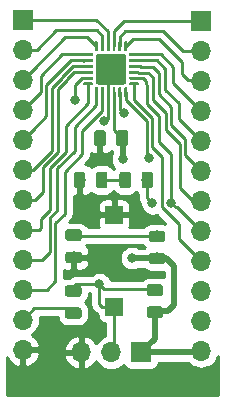
<source format=gbr>
G04 #@! TF.GenerationSoftware,KiCad,Pcbnew,(5.1.4-0)*
G04 #@! TF.CreationDate,2020-07-13T22:24:35+08:00*
G04 #@! TF.ProjectId,attiny3217,61747469-6e79-4333-9231-372e6b696361,rev?*
G04 #@! TF.SameCoordinates,Original*
G04 #@! TF.FileFunction,Copper,L1,Top*
G04 #@! TF.FilePolarity,Positive*
%FSLAX46Y46*%
G04 Gerber Fmt 4.6, Leading zero omitted, Abs format (unit mm)*
G04 Created by KiCad (PCBNEW (5.1.4-0)) date 2020-07-13 22:24:35*
%MOMM*%
%LPD*%
G04 APERTURE LIST*
%ADD10C,0.100000*%
%ADD11C,0.975000*%
%ADD12O,1.700000X1.700000*%
%ADD13R,1.700000X1.700000*%
%ADD14R,1.500000X1.500000*%
%ADD15C,2.600000*%
%ADD16C,0.250000*%
%ADD17C,0.800000*%
%ADD18C,0.500000*%
%ADD19C,0.250000*%
%ADD20C,0.254000*%
G04 APERTURE END LIST*
D10*
G36*
X135748942Y-75348774D02*
G01*
X135772603Y-75352284D01*
X135795807Y-75358096D01*
X135818329Y-75366154D01*
X135839953Y-75376382D01*
X135860470Y-75388679D01*
X135879683Y-75402929D01*
X135897407Y-75418993D01*
X135913471Y-75436717D01*
X135927721Y-75455930D01*
X135940018Y-75476447D01*
X135950246Y-75498071D01*
X135958304Y-75520593D01*
X135964116Y-75543797D01*
X135967626Y-75567458D01*
X135968800Y-75591350D01*
X135968800Y-76503850D01*
X135967626Y-76527742D01*
X135964116Y-76551403D01*
X135958304Y-76574607D01*
X135950246Y-76597129D01*
X135940018Y-76618753D01*
X135927721Y-76639270D01*
X135913471Y-76658483D01*
X135897407Y-76676207D01*
X135879683Y-76692271D01*
X135860470Y-76706521D01*
X135839953Y-76718818D01*
X135818329Y-76729046D01*
X135795807Y-76737104D01*
X135772603Y-76742916D01*
X135748942Y-76746426D01*
X135725050Y-76747600D01*
X135237550Y-76747600D01*
X135213658Y-76746426D01*
X135189997Y-76742916D01*
X135166793Y-76737104D01*
X135144271Y-76729046D01*
X135122647Y-76718818D01*
X135102130Y-76706521D01*
X135082917Y-76692271D01*
X135065193Y-76676207D01*
X135049129Y-76658483D01*
X135034879Y-76639270D01*
X135022582Y-76618753D01*
X135012354Y-76597129D01*
X135004296Y-76574607D01*
X134998484Y-76551403D01*
X134994974Y-76527742D01*
X134993800Y-76503850D01*
X134993800Y-75591350D01*
X134994974Y-75567458D01*
X134998484Y-75543797D01*
X135004296Y-75520593D01*
X135012354Y-75498071D01*
X135022582Y-75476447D01*
X135034879Y-75455930D01*
X135049129Y-75436717D01*
X135065193Y-75418993D01*
X135082917Y-75402929D01*
X135102130Y-75388679D01*
X135122647Y-75376382D01*
X135144271Y-75366154D01*
X135166793Y-75358096D01*
X135189997Y-75352284D01*
X135213658Y-75348774D01*
X135237550Y-75347600D01*
X135725050Y-75347600D01*
X135748942Y-75348774D01*
X135748942Y-75348774D01*
G37*
D11*
X135481300Y-76047600D03*
D10*
G36*
X133873942Y-75348774D02*
G01*
X133897603Y-75352284D01*
X133920807Y-75358096D01*
X133943329Y-75366154D01*
X133964953Y-75376382D01*
X133985470Y-75388679D01*
X134004683Y-75402929D01*
X134022407Y-75418993D01*
X134038471Y-75436717D01*
X134052721Y-75455930D01*
X134065018Y-75476447D01*
X134075246Y-75498071D01*
X134083304Y-75520593D01*
X134089116Y-75543797D01*
X134092626Y-75567458D01*
X134093800Y-75591350D01*
X134093800Y-76503850D01*
X134092626Y-76527742D01*
X134089116Y-76551403D01*
X134083304Y-76574607D01*
X134075246Y-76597129D01*
X134065018Y-76618753D01*
X134052721Y-76639270D01*
X134038471Y-76658483D01*
X134022407Y-76676207D01*
X134004683Y-76692271D01*
X133985470Y-76706521D01*
X133964953Y-76718818D01*
X133943329Y-76729046D01*
X133920807Y-76737104D01*
X133897603Y-76742916D01*
X133873942Y-76746426D01*
X133850050Y-76747600D01*
X133362550Y-76747600D01*
X133338658Y-76746426D01*
X133314997Y-76742916D01*
X133291793Y-76737104D01*
X133269271Y-76729046D01*
X133247647Y-76718818D01*
X133227130Y-76706521D01*
X133207917Y-76692271D01*
X133190193Y-76676207D01*
X133174129Y-76658483D01*
X133159879Y-76639270D01*
X133147582Y-76618753D01*
X133137354Y-76597129D01*
X133129296Y-76574607D01*
X133123484Y-76551403D01*
X133119974Y-76527742D01*
X133118800Y-76503850D01*
X133118800Y-75591350D01*
X133119974Y-75567458D01*
X133123484Y-75543797D01*
X133129296Y-75520593D01*
X133137354Y-75498071D01*
X133147582Y-75476447D01*
X133159879Y-75455930D01*
X133174129Y-75436717D01*
X133190193Y-75418993D01*
X133207917Y-75402929D01*
X133227130Y-75388679D01*
X133247647Y-75376382D01*
X133269271Y-75366154D01*
X133291793Y-75358096D01*
X133314997Y-75352284D01*
X133338658Y-75348774D01*
X133362550Y-75347600D01*
X133850050Y-75347600D01*
X133873942Y-75348774D01*
X133873942Y-75348774D01*
G37*
D11*
X133606300Y-76047600D03*
D10*
G36*
X131823542Y-88492174D02*
G01*
X131847203Y-88495684D01*
X131870407Y-88501496D01*
X131892929Y-88509554D01*
X131914553Y-88519782D01*
X131935070Y-88532079D01*
X131954283Y-88546329D01*
X131972007Y-88562393D01*
X131988071Y-88580117D01*
X132002321Y-88599330D01*
X132014618Y-88619847D01*
X132024846Y-88641471D01*
X132032904Y-88663993D01*
X132038716Y-88687197D01*
X132042226Y-88710858D01*
X132043400Y-88734750D01*
X132043400Y-89222250D01*
X132042226Y-89246142D01*
X132038716Y-89269803D01*
X132032904Y-89293007D01*
X132024846Y-89315529D01*
X132014618Y-89337153D01*
X132002321Y-89357670D01*
X131988071Y-89376883D01*
X131972007Y-89394607D01*
X131954283Y-89410671D01*
X131935070Y-89424921D01*
X131914553Y-89437218D01*
X131892929Y-89447446D01*
X131870407Y-89455504D01*
X131847203Y-89461316D01*
X131823542Y-89464826D01*
X131799650Y-89466000D01*
X130887150Y-89466000D01*
X130863258Y-89464826D01*
X130839597Y-89461316D01*
X130816393Y-89455504D01*
X130793871Y-89447446D01*
X130772247Y-89437218D01*
X130751730Y-89424921D01*
X130732517Y-89410671D01*
X130714793Y-89394607D01*
X130698729Y-89376883D01*
X130684479Y-89357670D01*
X130672182Y-89337153D01*
X130661954Y-89315529D01*
X130653896Y-89293007D01*
X130648084Y-89269803D01*
X130644574Y-89246142D01*
X130643400Y-89222250D01*
X130643400Y-88734750D01*
X130644574Y-88710858D01*
X130648084Y-88687197D01*
X130653896Y-88663993D01*
X130661954Y-88641471D01*
X130672182Y-88619847D01*
X130684479Y-88599330D01*
X130698729Y-88580117D01*
X130714793Y-88562393D01*
X130732517Y-88546329D01*
X130751730Y-88532079D01*
X130772247Y-88519782D01*
X130793871Y-88509554D01*
X130816393Y-88501496D01*
X130839597Y-88495684D01*
X130863258Y-88492174D01*
X130887150Y-88491000D01*
X131799650Y-88491000D01*
X131823542Y-88492174D01*
X131823542Y-88492174D01*
G37*
D11*
X131343400Y-88978500D03*
D10*
G36*
X131823542Y-90367174D02*
G01*
X131847203Y-90370684D01*
X131870407Y-90376496D01*
X131892929Y-90384554D01*
X131914553Y-90394782D01*
X131935070Y-90407079D01*
X131954283Y-90421329D01*
X131972007Y-90437393D01*
X131988071Y-90455117D01*
X132002321Y-90474330D01*
X132014618Y-90494847D01*
X132024846Y-90516471D01*
X132032904Y-90538993D01*
X132038716Y-90562197D01*
X132042226Y-90585858D01*
X132043400Y-90609750D01*
X132043400Y-91097250D01*
X132042226Y-91121142D01*
X132038716Y-91144803D01*
X132032904Y-91168007D01*
X132024846Y-91190529D01*
X132014618Y-91212153D01*
X132002321Y-91232670D01*
X131988071Y-91251883D01*
X131972007Y-91269607D01*
X131954283Y-91285671D01*
X131935070Y-91299921D01*
X131914553Y-91312218D01*
X131892929Y-91322446D01*
X131870407Y-91330504D01*
X131847203Y-91336316D01*
X131823542Y-91339826D01*
X131799650Y-91341000D01*
X130887150Y-91341000D01*
X130863258Y-91339826D01*
X130839597Y-91336316D01*
X130816393Y-91330504D01*
X130793871Y-91322446D01*
X130772247Y-91312218D01*
X130751730Y-91299921D01*
X130732517Y-91285671D01*
X130714793Y-91269607D01*
X130698729Y-91251883D01*
X130684479Y-91232670D01*
X130672182Y-91212153D01*
X130661954Y-91190529D01*
X130653896Y-91168007D01*
X130648084Y-91144803D01*
X130644574Y-91121142D01*
X130643400Y-91097250D01*
X130643400Y-90609750D01*
X130644574Y-90585858D01*
X130648084Y-90562197D01*
X130653896Y-90538993D01*
X130661954Y-90516471D01*
X130672182Y-90494847D01*
X130684479Y-90474330D01*
X130698729Y-90455117D01*
X130714793Y-90437393D01*
X130732517Y-90421329D01*
X130751730Y-90407079D01*
X130772247Y-90394782D01*
X130793871Y-90384554D01*
X130816393Y-90376496D01*
X130839597Y-90370684D01*
X130863258Y-90367174D01*
X130887150Y-90366000D01*
X131799650Y-90366000D01*
X131823542Y-90367174D01*
X131823542Y-90367174D01*
G37*
D11*
X131343400Y-90853500D03*
D10*
G36*
X131848942Y-85642774D02*
G01*
X131872603Y-85646284D01*
X131895807Y-85652096D01*
X131918329Y-85660154D01*
X131939953Y-85670382D01*
X131960470Y-85682679D01*
X131979683Y-85696929D01*
X131997407Y-85712993D01*
X132013471Y-85730717D01*
X132027721Y-85749930D01*
X132040018Y-85770447D01*
X132050246Y-85792071D01*
X132058304Y-85814593D01*
X132064116Y-85837797D01*
X132067626Y-85861458D01*
X132068800Y-85885350D01*
X132068800Y-86372850D01*
X132067626Y-86396742D01*
X132064116Y-86420403D01*
X132058304Y-86443607D01*
X132050246Y-86466129D01*
X132040018Y-86487753D01*
X132027721Y-86508270D01*
X132013471Y-86527483D01*
X131997407Y-86545207D01*
X131979683Y-86561271D01*
X131960470Y-86575521D01*
X131939953Y-86587818D01*
X131918329Y-86598046D01*
X131895807Y-86606104D01*
X131872603Y-86611916D01*
X131848942Y-86615426D01*
X131825050Y-86616600D01*
X130912550Y-86616600D01*
X130888658Y-86615426D01*
X130864997Y-86611916D01*
X130841793Y-86606104D01*
X130819271Y-86598046D01*
X130797647Y-86587818D01*
X130777130Y-86575521D01*
X130757917Y-86561271D01*
X130740193Y-86545207D01*
X130724129Y-86527483D01*
X130709879Y-86508270D01*
X130697582Y-86487753D01*
X130687354Y-86466129D01*
X130679296Y-86443607D01*
X130673484Y-86420403D01*
X130669974Y-86396742D01*
X130668800Y-86372850D01*
X130668800Y-85885350D01*
X130669974Y-85861458D01*
X130673484Y-85837797D01*
X130679296Y-85814593D01*
X130687354Y-85792071D01*
X130697582Y-85770447D01*
X130709879Y-85749930D01*
X130724129Y-85730717D01*
X130740193Y-85712993D01*
X130757917Y-85696929D01*
X130777130Y-85682679D01*
X130797647Y-85670382D01*
X130819271Y-85660154D01*
X130841793Y-85652096D01*
X130864997Y-85646284D01*
X130888658Y-85642774D01*
X130912550Y-85641600D01*
X131825050Y-85641600D01*
X131848942Y-85642774D01*
X131848942Y-85642774D01*
G37*
D11*
X131368800Y-86129100D03*
D10*
G36*
X131848942Y-83767774D02*
G01*
X131872603Y-83771284D01*
X131895807Y-83777096D01*
X131918329Y-83785154D01*
X131939953Y-83795382D01*
X131960470Y-83807679D01*
X131979683Y-83821929D01*
X131997407Y-83837993D01*
X132013471Y-83855717D01*
X132027721Y-83874930D01*
X132040018Y-83895447D01*
X132050246Y-83917071D01*
X132058304Y-83939593D01*
X132064116Y-83962797D01*
X132067626Y-83986458D01*
X132068800Y-84010350D01*
X132068800Y-84497850D01*
X132067626Y-84521742D01*
X132064116Y-84545403D01*
X132058304Y-84568607D01*
X132050246Y-84591129D01*
X132040018Y-84612753D01*
X132027721Y-84633270D01*
X132013471Y-84652483D01*
X131997407Y-84670207D01*
X131979683Y-84686271D01*
X131960470Y-84700521D01*
X131939953Y-84712818D01*
X131918329Y-84723046D01*
X131895807Y-84731104D01*
X131872603Y-84736916D01*
X131848942Y-84740426D01*
X131825050Y-84741600D01*
X130912550Y-84741600D01*
X130888658Y-84740426D01*
X130864997Y-84736916D01*
X130841793Y-84731104D01*
X130819271Y-84723046D01*
X130797647Y-84712818D01*
X130777130Y-84700521D01*
X130757917Y-84686271D01*
X130740193Y-84670207D01*
X130724129Y-84652483D01*
X130709879Y-84633270D01*
X130697582Y-84612753D01*
X130687354Y-84591129D01*
X130679296Y-84568607D01*
X130673484Y-84545403D01*
X130669974Y-84521742D01*
X130668800Y-84497850D01*
X130668800Y-84010350D01*
X130669974Y-83986458D01*
X130673484Y-83962797D01*
X130679296Y-83939593D01*
X130687354Y-83917071D01*
X130697582Y-83895447D01*
X130709879Y-83874930D01*
X130724129Y-83855717D01*
X130740193Y-83837993D01*
X130757917Y-83821929D01*
X130777130Y-83807679D01*
X130797647Y-83795382D01*
X130819271Y-83785154D01*
X130841793Y-83777096D01*
X130864997Y-83771284D01*
X130888658Y-83767774D01*
X130912550Y-83766600D01*
X131825050Y-83766600D01*
X131848942Y-83767774D01*
X131848942Y-83767774D01*
G37*
D11*
X131368800Y-84254100D03*
D10*
G36*
X134021742Y-78879374D02*
G01*
X134045403Y-78882884D01*
X134068607Y-78888696D01*
X134091129Y-78896754D01*
X134112753Y-78906982D01*
X134133270Y-78919279D01*
X134152483Y-78933529D01*
X134170207Y-78949593D01*
X134186271Y-78967317D01*
X134200521Y-78986530D01*
X134212818Y-79007047D01*
X134223046Y-79028671D01*
X134231104Y-79051193D01*
X134236916Y-79074397D01*
X134240426Y-79098058D01*
X134241600Y-79121950D01*
X134241600Y-80034450D01*
X134240426Y-80058342D01*
X134236916Y-80082003D01*
X134231104Y-80105207D01*
X134223046Y-80127729D01*
X134212818Y-80149353D01*
X134200521Y-80169870D01*
X134186271Y-80189083D01*
X134170207Y-80206807D01*
X134152483Y-80222871D01*
X134133270Y-80237121D01*
X134112753Y-80249418D01*
X134091129Y-80259646D01*
X134068607Y-80267704D01*
X134045403Y-80273516D01*
X134021742Y-80277026D01*
X133997850Y-80278200D01*
X133510350Y-80278200D01*
X133486458Y-80277026D01*
X133462797Y-80273516D01*
X133439593Y-80267704D01*
X133417071Y-80259646D01*
X133395447Y-80249418D01*
X133374930Y-80237121D01*
X133355717Y-80222871D01*
X133337993Y-80206807D01*
X133321929Y-80189083D01*
X133307679Y-80169870D01*
X133295382Y-80149353D01*
X133285154Y-80127729D01*
X133277096Y-80105207D01*
X133271284Y-80082003D01*
X133267774Y-80058342D01*
X133266600Y-80034450D01*
X133266600Y-79121950D01*
X133267774Y-79098058D01*
X133271284Y-79074397D01*
X133277096Y-79051193D01*
X133285154Y-79028671D01*
X133295382Y-79007047D01*
X133307679Y-78986530D01*
X133321929Y-78967317D01*
X133337993Y-78949593D01*
X133355717Y-78933529D01*
X133374930Y-78919279D01*
X133395447Y-78906982D01*
X133417071Y-78896754D01*
X133439593Y-78888696D01*
X133462797Y-78882884D01*
X133486458Y-78879374D01*
X133510350Y-78878200D01*
X133997850Y-78878200D01*
X134021742Y-78879374D01*
X134021742Y-78879374D01*
G37*
D11*
X133754100Y-79578200D03*
D10*
G36*
X132146742Y-78879374D02*
G01*
X132170403Y-78882884D01*
X132193607Y-78888696D01*
X132216129Y-78896754D01*
X132237753Y-78906982D01*
X132258270Y-78919279D01*
X132277483Y-78933529D01*
X132295207Y-78949593D01*
X132311271Y-78967317D01*
X132325521Y-78986530D01*
X132337818Y-79007047D01*
X132348046Y-79028671D01*
X132356104Y-79051193D01*
X132361916Y-79074397D01*
X132365426Y-79098058D01*
X132366600Y-79121950D01*
X132366600Y-80034450D01*
X132365426Y-80058342D01*
X132361916Y-80082003D01*
X132356104Y-80105207D01*
X132348046Y-80127729D01*
X132337818Y-80149353D01*
X132325521Y-80169870D01*
X132311271Y-80189083D01*
X132295207Y-80206807D01*
X132277483Y-80222871D01*
X132258270Y-80237121D01*
X132237753Y-80249418D01*
X132216129Y-80259646D01*
X132193607Y-80267704D01*
X132170403Y-80273516D01*
X132146742Y-80277026D01*
X132122850Y-80278200D01*
X131635350Y-80278200D01*
X131611458Y-80277026D01*
X131587797Y-80273516D01*
X131564593Y-80267704D01*
X131542071Y-80259646D01*
X131520447Y-80249418D01*
X131499930Y-80237121D01*
X131480717Y-80222871D01*
X131462993Y-80206807D01*
X131446929Y-80189083D01*
X131432679Y-80169870D01*
X131420382Y-80149353D01*
X131410154Y-80127729D01*
X131402096Y-80105207D01*
X131396284Y-80082003D01*
X131392774Y-80058342D01*
X131391600Y-80034450D01*
X131391600Y-79121950D01*
X131392774Y-79098058D01*
X131396284Y-79074397D01*
X131402096Y-79051193D01*
X131410154Y-79028671D01*
X131420382Y-79007047D01*
X131432679Y-78986530D01*
X131446929Y-78967317D01*
X131462993Y-78949593D01*
X131480717Y-78933529D01*
X131499930Y-78919279D01*
X131520447Y-78906982D01*
X131542071Y-78896754D01*
X131564593Y-78888696D01*
X131587797Y-78882884D01*
X131611458Y-78879374D01*
X131635350Y-78878200D01*
X132122850Y-78878200D01*
X132146742Y-78879374D01*
X132146742Y-78879374D01*
G37*
D11*
X131879100Y-79578200D03*
D12*
X127050800Y-93954600D03*
X127050800Y-91414600D03*
X127050800Y-88874600D03*
X127050800Y-86334600D03*
X127050800Y-83794600D03*
X127050800Y-81254600D03*
X127050800Y-78714600D03*
X127050800Y-76174600D03*
X127050800Y-73634600D03*
X127050800Y-71094600D03*
X127050800Y-68554600D03*
D13*
X127050800Y-66014600D03*
X142163800Y-66141600D03*
D12*
X142163800Y-68681600D03*
X142163800Y-71221600D03*
X142163800Y-73761600D03*
X142163800Y-76301600D03*
X142163800Y-78841600D03*
X142163800Y-81381600D03*
X142163800Y-83921600D03*
X142163800Y-86461600D03*
X142163800Y-89001600D03*
X142163800Y-91541600D03*
X142163800Y-94081600D03*
D13*
X137083800Y-94183200D03*
D12*
X134543800Y-94183200D03*
X132003800Y-94183200D03*
D10*
G36*
X138910142Y-85744374D02*
G01*
X138933803Y-85747884D01*
X138957007Y-85753696D01*
X138979529Y-85761754D01*
X139001153Y-85771982D01*
X139021670Y-85784279D01*
X139040883Y-85798529D01*
X139058607Y-85814593D01*
X139074671Y-85832317D01*
X139088921Y-85851530D01*
X139101218Y-85872047D01*
X139111446Y-85893671D01*
X139119504Y-85916193D01*
X139125316Y-85939397D01*
X139128826Y-85963058D01*
X139130000Y-85986950D01*
X139130000Y-86474450D01*
X139128826Y-86498342D01*
X139125316Y-86522003D01*
X139119504Y-86545207D01*
X139111446Y-86567729D01*
X139101218Y-86589353D01*
X139088921Y-86609870D01*
X139074671Y-86629083D01*
X139058607Y-86646807D01*
X139040883Y-86662871D01*
X139021670Y-86677121D01*
X139001153Y-86689418D01*
X138979529Y-86699646D01*
X138957007Y-86707704D01*
X138933803Y-86713516D01*
X138910142Y-86717026D01*
X138886250Y-86718200D01*
X137973750Y-86718200D01*
X137949858Y-86717026D01*
X137926197Y-86713516D01*
X137902993Y-86707704D01*
X137880471Y-86699646D01*
X137858847Y-86689418D01*
X137838330Y-86677121D01*
X137819117Y-86662871D01*
X137801393Y-86646807D01*
X137785329Y-86629083D01*
X137771079Y-86609870D01*
X137758782Y-86589353D01*
X137748554Y-86567729D01*
X137740496Y-86545207D01*
X137734684Y-86522003D01*
X137731174Y-86498342D01*
X137730000Y-86474450D01*
X137730000Y-85986950D01*
X137731174Y-85963058D01*
X137734684Y-85939397D01*
X137740496Y-85916193D01*
X137748554Y-85893671D01*
X137758782Y-85872047D01*
X137771079Y-85851530D01*
X137785329Y-85832317D01*
X137801393Y-85814593D01*
X137819117Y-85798529D01*
X137838330Y-85784279D01*
X137858847Y-85771982D01*
X137880471Y-85761754D01*
X137902993Y-85753696D01*
X137926197Y-85747884D01*
X137949858Y-85744374D01*
X137973750Y-85743200D01*
X138886250Y-85743200D01*
X138910142Y-85744374D01*
X138910142Y-85744374D01*
G37*
D11*
X138430000Y-86230700D03*
D10*
G36*
X138910142Y-83869374D02*
G01*
X138933803Y-83872884D01*
X138957007Y-83878696D01*
X138979529Y-83886754D01*
X139001153Y-83896982D01*
X139021670Y-83909279D01*
X139040883Y-83923529D01*
X139058607Y-83939593D01*
X139074671Y-83957317D01*
X139088921Y-83976530D01*
X139101218Y-83997047D01*
X139111446Y-84018671D01*
X139119504Y-84041193D01*
X139125316Y-84064397D01*
X139128826Y-84088058D01*
X139130000Y-84111950D01*
X139130000Y-84599450D01*
X139128826Y-84623342D01*
X139125316Y-84647003D01*
X139119504Y-84670207D01*
X139111446Y-84692729D01*
X139101218Y-84714353D01*
X139088921Y-84734870D01*
X139074671Y-84754083D01*
X139058607Y-84771807D01*
X139040883Y-84787871D01*
X139021670Y-84802121D01*
X139001153Y-84814418D01*
X138979529Y-84824646D01*
X138957007Y-84832704D01*
X138933803Y-84838516D01*
X138910142Y-84842026D01*
X138886250Y-84843200D01*
X137973750Y-84843200D01*
X137949858Y-84842026D01*
X137926197Y-84838516D01*
X137902993Y-84832704D01*
X137880471Y-84824646D01*
X137858847Y-84814418D01*
X137838330Y-84802121D01*
X137819117Y-84787871D01*
X137801393Y-84771807D01*
X137785329Y-84754083D01*
X137771079Y-84734870D01*
X137758782Y-84714353D01*
X137748554Y-84692729D01*
X137740496Y-84670207D01*
X137734684Y-84647003D01*
X137731174Y-84623342D01*
X137730000Y-84599450D01*
X137730000Y-84111950D01*
X137731174Y-84088058D01*
X137734684Y-84064397D01*
X137740496Y-84041193D01*
X137748554Y-84018671D01*
X137758782Y-83997047D01*
X137771079Y-83976530D01*
X137785329Y-83957317D01*
X137801393Y-83939593D01*
X137819117Y-83923529D01*
X137838330Y-83909279D01*
X137858847Y-83896982D01*
X137880471Y-83886754D01*
X137902993Y-83878696D01*
X137926197Y-83872884D01*
X137949858Y-83869374D01*
X137973750Y-83868200D01*
X138886250Y-83868200D01*
X138910142Y-83869374D01*
X138910142Y-83869374D01*
G37*
D11*
X138430000Y-84355700D03*
D10*
G36*
X138732342Y-90290974D02*
G01*
X138756003Y-90294484D01*
X138779207Y-90300296D01*
X138801729Y-90308354D01*
X138823353Y-90318582D01*
X138843870Y-90330879D01*
X138863083Y-90345129D01*
X138880807Y-90361193D01*
X138896871Y-90378917D01*
X138911121Y-90398130D01*
X138923418Y-90418647D01*
X138933646Y-90440271D01*
X138941704Y-90462793D01*
X138947516Y-90485997D01*
X138951026Y-90509658D01*
X138952200Y-90533550D01*
X138952200Y-91021050D01*
X138951026Y-91044942D01*
X138947516Y-91068603D01*
X138941704Y-91091807D01*
X138933646Y-91114329D01*
X138923418Y-91135953D01*
X138911121Y-91156470D01*
X138896871Y-91175683D01*
X138880807Y-91193407D01*
X138863083Y-91209471D01*
X138843870Y-91223721D01*
X138823353Y-91236018D01*
X138801729Y-91246246D01*
X138779207Y-91254304D01*
X138756003Y-91260116D01*
X138732342Y-91263626D01*
X138708450Y-91264800D01*
X137795950Y-91264800D01*
X137772058Y-91263626D01*
X137748397Y-91260116D01*
X137725193Y-91254304D01*
X137702671Y-91246246D01*
X137681047Y-91236018D01*
X137660530Y-91223721D01*
X137641317Y-91209471D01*
X137623593Y-91193407D01*
X137607529Y-91175683D01*
X137593279Y-91156470D01*
X137580982Y-91135953D01*
X137570754Y-91114329D01*
X137562696Y-91091807D01*
X137556884Y-91068603D01*
X137553374Y-91044942D01*
X137552200Y-91021050D01*
X137552200Y-90533550D01*
X137553374Y-90509658D01*
X137556884Y-90485997D01*
X137562696Y-90462793D01*
X137570754Y-90440271D01*
X137580982Y-90418647D01*
X137593279Y-90398130D01*
X137607529Y-90378917D01*
X137623593Y-90361193D01*
X137641317Y-90345129D01*
X137660530Y-90330879D01*
X137681047Y-90318582D01*
X137702671Y-90308354D01*
X137725193Y-90300296D01*
X137748397Y-90294484D01*
X137772058Y-90290974D01*
X137795950Y-90289800D01*
X138708450Y-90289800D01*
X138732342Y-90290974D01*
X138732342Y-90290974D01*
G37*
D11*
X138252200Y-90777300D03*
D10*
G36*
X138732342Y-88415974D02*
G01*
X138756003Y-88419484D01*
X138779207Y-88425296D01*
X138801729Y-88433354D01*
X138823353Y-88443582D01*
X138843870Y-88455879D01*
X138863083Y-88470129D01*
X138880807Y-88486193D01*
X138896871Y-88503917D01*
X138911121Y-88523130D01*
X138923418Y-88543647D01*
X138933646Y-88565271D01*
X138941704Y-88587793D01*
X138947516Y-88610997D01*
X138951026Y-88634658D01*
X138952200Y-88658550D01*
X138952200Y-89146050D01*
X138951026Y-89169942D01*
X138947516Y-89193603D01*
X138941704Y-89216807D01*
X138933646Y-89239329D01*
X138923418Y-89260953D01*
X138911121Y-89281470D01*
X138896871Y-89300683D01*
X138880807Y-89318407D01*
X138863083Y-89334471D01*
X138843870Y-89348721D01*
X138823353Y-89361018D01*
X138801729Y-89371246D01*
X138779207Y-89379304D01*
X138756003Y-89385116D01*
X138732342Y-89388626D01*
X138708450Y-89389800D01*
X137795950Y-89389800D01*
X137772058Y-89388626D01*
X137748397Y-89385116D01*
X137725193Y-89379304D01*
X137702671Y-89371246D01*
X137681047Y-89361018D01*
X137660530Y-89348721D01*
X137641317Y-89334471D01*
X137623593Y-89318407D01*
X137607529Y-89300683D01*
X137593279Y-89281470D01*
X137580982Y-89260953D01*
X137570754Y-89239329D01*
X137562696Y-89216807D01*
X137556884Y-89193603D01*
X137553374Y-89169942D01*
X137552200Y-89146050D01*
X137552200Y-88658550D01*
X137553374Y-88634658D01*
X137556884Y-88610997D01*
X137562696Y-88587793D01*
X137570754Y-88565271D01*
X137580982Y-88543647D01*
X137593279Y-88523130D01*
X137607529Y-88503917D01*
X137623593Y-88486193D01*
X137641317Y-88470129D01*
X137660530Y-88455879D01*
X137681047Y-88443582D01*
X137702671Y-88433354D01*
X137725193Y-88425296D01*
X137748397Y-88419484D01*
X137772058Y-88415974D01*
X137795950Y-88414800D01*
X138708450Y-88414800D01*
X138732342Y-88415974D01*
X138732342Y-88415974D01*
G37*
D11*
X138252200Y-88902300D03*
D10*
G36*
X136007542Y-78879374D02*
G01*
X136031203Y-78882884D01*
X136054407Y-78888696D01*
X136076929Y-78896754D01*
X136098553Y-78906982D01*
X136119070Y-78919279D01*
X136138283Y-78933529D01*
X136156007Y-78949593D01*
X136172071Y-78967317D01*
X136186321Y-78986530D01*
X136198618Y-79007047D01*
X136208846Y-79028671D01*
X136216904Y-79051193D01*
X136222716Y-79074397D01*
X136226226Y-79098058D01*
X136227400Y-79121950D01*
X136227400Y-80034450D01*
X136226226Y-80058342D01*
X136222716Y-80082003D01*
X136216904Y-80105207D01*
X136208846Y-80127729D01*
X136198618Y-80149353D01*
X136186321Y-80169870D01*
X136172071Y-80189083D01*
X136156007Y-80206807D01*
X136138283Y-80222871D01*
X136119070Y-80237121D01*
X136098553Y-80249418D01*
X136076929Y-80259646D01*
X136054407Y-80267704D01*
X136031203Y-80273516D01*
X136007542Y-80277026D01*
X135983650Y-80278200D01*
X135496150Y-80278200D01*
X135472258Y-80277026D01*
X135448597Y-80273516D01*
X135425393Y-80267704D01*
X135402871Y-80259646D01*
X135381247Y-80249418D01*
X135360730Y-80237121D01*
X135341517Y-80222871D01*
X135323793Y-80206807D01*
X135307729Y-80189083D01*
X135293479Y-80169870D01*
X135281182Y-80149353D01*
X135270954Y-80127729D01*
X135262896Y-80105207D01*
X135257084Y-80082003D01*
X135253574Y-80058342D01*
X135252400Y-80034450D01*
X135252400Y-79121950D01*
X135253574Y-79098058D01*
X135257084Y-79074397D01*
X135262896Y-79051193D01*
X135270954Y-79028671D01*
X135281182Y-79007047D01*
X135293479Y-78986530D01*
X135307729Y-78967317D01*
X135323793Y-78949593D01*
X135341517Y-78933529D01*
X135360730Y-78919279D01*
X135381247Y-78906982D01*
X135402871Y-78896754D01*
X135425393Y-78888696D01*
X135448597Y-78882884D01*
X135472258Y-78879374D01*
X135496150Y-78878200D01*
X135983650Y-78878200D01*
X136007542Y-78879374D01*
X136007542Y-78879374D01*
G37*
D11*
X135739900Y-79578200D03*
D10*
G36*
X137882542Y-78879374D02*
G01*
X137906203Y-78882884D01*
X137929407Y-78888696D01*
X137951929Y-78896754D01*
X137973553Y-78906982D01*
X137994070Y-78919279D01*
X138013283Y-78933529D01*
X138031007Y-78949593D01*
X138047071Y-78967317D01*
X138061321Y-78986530D01*
X138073618Y-79007047D01*
X138083846Y-79028671D01*
X138091904Y-79051193D01*
X138097716Y-79074397D01*
X138101226Y-79098058D01*
X138102400Y-79121950D01*
X138102400Y-80034450D01*
X138101226Y-80058342D01*
X138097716Y-80082003D01*
X138091904Y-80105207D01*
X138083846Y-80127729D01*
X138073618Y-80149353D01*
X138061321Y-80169870D01*
X138047071Y-80189083D01*
X138031007Y-80206807D01*
X138013283Y-80222871D01*
X137994070Y-80237121D01*
X137973553Y-80249418D01*
X137951929Y-80259646D01*
X137929407Y-80267704D01*
X137906203Y-80273516D01*
X137882542Y-80277026D01*
X137858650Y-80278200D01*
X137371150Y-80278200D01*
X137347258Y-80277026D01*
X137323597Y-80273516D01*
X137300393Y-80267704D01*
X137277871Y-80259646D01*
X137256247Y-80249418D01*
X137235730Y-80237121D01*
X137216517Y-80222871D01*
X137198793Y-80206807D01*
X137182729Y-80189083D01*
X137168479Y-80169870D01*
X137156182Y-80149353D01*
X137145954Y-80127729D01*
X137137896Y-80105207D01*
X137132084Y-80082003D01*
X137128574Y-80058342D01*
X137127400Y-80034450D01*
X137127400Y-79121950D01*
X137128574Y-79098058D01*
X137132084Y-79074397D01*
X137137896Y-79051193D01*
X137145954Y-79028671D01*
X137156182Y-79007047D01*
X137168479Y-78986530D01*
X137182729Y-78967317D01*
X137198793Y-78949593D01*
X137216517Y-78933529D01*
X137235730Y-78919279D01*
X137256247Y-78906982D01*
X137277871Y-78896754D01*
X137300393Y-78888696D01*
X137323597Y-78882884D01*
X137347258Y-78879374D01*
X137371150Y-78878200D01*
X137858650Y-78878200D01*
X137882542Y-78879374D01*
X137882542Y-78879374D01*
G37*
D11*
X137614900Y-79578200D03*
D14*
X134797800Y-90336200D03*
X134797800Y-82536200D03*
D10*
G36*
X135618304Y-68906804D02*
G01*
X135642573Y-68910404D01*
X135666371Y-68916365D01*
X135689471Y-68924630D01*
X135711649Y-68935120D01*
X135732693Y-68947733D01*
X135752398Y-68962347D01*
X135770577Y-68978823D01*
X135787053Y-68997002D01*
X135801667Y-69016707D01*
X135814280Y-69037751D01*
X135824770Y-69059929D01*
X135833035Y-69083029D01*
X135838996Y-69106827D01*
X135842596Y-69131096D01*
X135843800Y-69155600D01*
X135843800Y-71255600D01*
X135842596Y-71280104D01*
X135838996Y-71304373D01*
X135833035Y-71328171D01*
X135824770Y-71351271D01*
X135814280Y-71373449D01*
X135801667Y-71394493D01*
X135787053Y-71414198D01*
X135770577Y-71432377D01*
X135752398Y-71448853D01*
X135732693Y-71463467D01*
X135711649Y-71476080D01*
X135689471Y-71486570D01*
X135666371Y-71494835D01*
X135642573Y-71500796D01*
X135618304Y-71504396D01*
X135593800Y-71505600D01*
X133493800Y-71505600D01*
X133469296Y-71504396D01*
X133445027Y-71500796D01*
X133421229Y-71494835D01*
X133398129Y-71486570D01*
X133375951Y-71476080D01*
X133354907Y-71463467D01*
X133335202Y-71448853D01*
X133317023Y-71432377D01*
X133300547Y-71414198D01*
X133285933Y-71394493D01*
X133273320Y-71373449D01*
X133262830Y-71351271D01*
X133254565Y-71328171D01*
X133248604Y-71304373D01*
X133245004Y-71280104D01*
X133243800Y-71255600D01*
X133243800Y-69155600D01*
X133245004Y-69131096D01*
X133248604Y-69106827D01*
X133254565Y-69083029D01*
X133262830Y-69059929D01*
X133273320Y-69037751D01*
X133285933Y-69016707D01*
X133300547Y-68997002D01*
X133317023Y-68978823D01*
X133335202Y-68962347D01*
X133354907Y-68947733D01*
X133375951Y-68935120D01*
X133398129Y-68924630D01*
X133421229Y-68916365D01*
X133445027Y-68910404D01*
X133469296Y-68906804D01*
X133493800Y-68905600D01*
X135593800Y-68905600D01*
X135618304Y-68906804D01*
X135618304Y-68906804D01*
G37*
D15*
X134543800Y-70205600D03*
D10*
G36*
X133362426Y-71730901D02*
G01*
X133368493Y-71731801D01*
X133374443Y-71733291D01*
X133380218Y-71735358D01*
X133385762Y-71737980D01*
X133391023Y-71741133D01*
X133395950Y-71744787D01*
X133400494Y-71748906D01*
X133404613Y-71753450D01*
X133408267Y-71758377D01*
X133411420Y-71763638D01*
X133414042Y-71769182D01*
X133416109Y-71774957D01*
X133417599Y-71780907D01*
X133418499Y-71786974D01*
X133418800Y-71793100D01*
X133418800Y-72493100D01*
X133418499Y-72499226D01*
X133417599Y-72505293D01*
X133416109Y-72511243D01*
X133414042Y-72517018D01*
X133411420Y-72522562D01*
X133408267Y-72527823D01*
X133404613Y-72532750D01*
X133400494Y-72537294D01*
X133395950Y-72541413D01*
X133391023Y-72545067D01*
X133385762Y-72548220D01*
X133380218Y-72550842D01*
X133374443Y-72552909D01*
X133368493Y-72554399D01*
X133362426Y-72555299D01*
X133356300Y-72555600D01*
X133231300Y-72555600D01*
X133225174Y-72555299D01*
X133219107Y-72554399D01*
X133213157Y-72552909D01*
X133207382Y-72550842D01*
X133201838Y-72548220D01*
X133196577Y-72545067D01*
X133191650Y-72541413D01*
X133187106Y-72537294D01*
X133182987Y-72532750D01*
X133179333Y-72527823D01*
X133176180Y-72522562D01*
X133173558Y-72517018D01*
X133171491Y-72511243D01*
X133170001Y-72505293D01*
X133169101Y-72499226D01*
X133168800Y-72493100D01*
X133168800Y-71793100D01*
X133169101Y-71786974D01*
X133170001Y-71780907D01*
X133171491Y-71774957D01*
X133173558Y-71769182D01*
X133176180Y-71763638D01*
X133179333Y-71758377D01*
X133182987Y-71753450D01*
X133187106Y-71748906D01*
X133191650Y-71744787D01*
X133196577Y-71741133D01*
X133201838Y-71737980D01*
X133207382Y-71735358D01*
X133213157Y-71733291D01*
X133219107Y-71731801D01*
X133225174Y-71730901D01*
X133231300Y-71730600D01*
X133356300Y-71730600D01*
X133362426Y-71730901D01*
X133362426Y-71730901D01*
G37*
D16*
X133293800Y-72143100D03*
D10*
G36*
X133862426Y-71730901D02*
G01*
X133868493Y-71731801D01*
X133874443Y-71733291D01*
X133880218Y-71735358D01*
X133885762Y-71737980D01*
X133891023Y-71741133D01*
X133895950Y-71744787D01*
X133900494Y-71748906D01*
X133904613Y-71753450D01*
X133908267Y-71758377D01*
X133911420Y-71763638D01*
X133914042Y-71769182D01*
X133916109Y-71774957D01*
X133917599Y-71780907D01*
X133918499Y-71786974D01*
X133918800Y-71793100D01*
X133918800Y-72493100D01*
X133918499Y-72499226D01*
X133917599Y-72505293D01*
X133916109Y-72511243D01*
X133914042Y-72517018D01*
X133911420Y-72522562D01*
X133908267Y-72527823D01*
X133904613Y-72532750D01*
X133900494Y-72537294D01*
X133895950Y-72541413D01*
X133891023Y-72545067D01*
X133885762Y-72548220D01*
X133880218Y-72550842D01*
X133874443Y-72552909D01*
X133868493Y-72554399D01*
X133862426Y-72555299D01*
X133856300Y-72555600D01*
X133731300Y-72555600D01*
X133725174Y-72555299D01*
X133719107Y-72554399D01*
X133713157Y-72552909D01*
X133707382Y-72550842D01*
X133701838Y-72548220D01*
X133696577Y-72545067D01*
X133691650Y-72541413D01*
X133687106Y-72537294D01*
X133682987Y-72532750D01*
X133679333Y-72527823D01*
X133676180Y-72522562D01*
X133673558Y-72517018D01*
X133671491Y-72511243D01*
X133670001Y-72505293D01*
X133669101Y-72499226D01*
X133668800Y-72493100D01*
X133668800Y-71793100D01*
X133669101Y-71786974D01*
X133670001Y-71780907D01*
X133671491Y-71774957D01*
X133673558Y-71769182D01*
X133676180Y-71763638D01*
X133679333Y-71758377D01*
X133682987Y-71753450D01*
X133687106Y-71748906D01*
X133691650Y-71744787D01*
X133696577Y-71741133D01*
X133701838Y-71737980D01*
X133707382Y-71735358D01*
X133713157Y-71733291D01*
X133719107Y-71731801D01*
X133725174Y-71730901D01*
X133731300Y-71730600D01*
X133856300Y-71730600D01*
X133862426Y-71730901D01*
X133862426Y-71730901D01*
G37*
D16*
X133793800Y-72143100D03*
D10*
G36*
X134362426Y-71730901D02*
G01*
X134368493Y-71731801D01*
X134374443Y-71733291D01*
X134380218Y-71735358D01*
X134385762Y-71737980D01*
X134391023Y-71741133D01*
X134395950Y-71744787D01*
X134400494Y-71748906D01*
X134404613Y-71753450D01*
X134408267Y-71758377D01*
X134411420Y-71763638D01*
X134414042Y-71769182D01*
X134416109Y-71774957D01*
X134417599Y-71780907D01*
X134418499Y-71786974D01*
X134418800Y-71793100D01*
X134418800Y-72493100D01*
X134418499Y-72499226D01*
X134417599Y-72505293D01*
X134416109Y-72511243D01*
X134414042Y-72517018D01*
X134411420Y-72522562D01*
X134408267Y-72527823D01*
X134404613Y-72532750D01*
X134400494Y-72537294D01*
X134395950Y-72541413D01*
X134391023Y-72545067D01*
X134385762Y-72548220D01*
X134380218Y-72550842D01*
X134374443Y-72552909D01*
X134368493Y-72554399D01*
X134362426Y-72555299D01*
X134356300Y-72555600D01*
X134231300Y-72555600D01*
X134225174Y-72555299D01*
X134219107Y-72554399D01*
X134213157Y-72552909D01*
X134207382Y-72550842D01*
X134201838Y-72548220D01*
X134196577Y-72545067D01*
X134191650Y-72541413D01*
X134187106Y-72537294D01*
X134182987Y-72532750D01*
X134179333Y-72527823D01*
X134176180Y-72522562D01*
X134173558Y-72517018D01*
X134171491Y-72511243D01*
X134170001Y-72505293D01*
X134169101Y-72499226D01*
X134168800Y-72493100D01*
X134168800Y-71793100D01*
X134169101Y-71786974D01*
X134170001Y-71780907D01*
X134171491Y-71774957D01*
X134173558Y-71769182D01*
X134176180Y-71763638D01*
X134179333Y-71758377D01*
X134182987Y-71753450D01*
X134187106Y-71748906D01*
X134191650Y-71744787D01*
X134196577Y-71741133D01*
X134201838Y-71737980D01*
X134207382Y-71735358D01*
X134213157Y-71733291D01*
X134219107Y-71731801D01*
X134225174Y-71730901D01*
X134231300Y-71730600D01*
X134356300Y-71730600D01*
X134362426Y-71730901D01*
X134362426Y-71730901D01*
G37*
D16*
X134293800Y-72143100D03*
D10*
G36*
X134862426Y-71730901D02*
G01*
X134868493Y-71731801D01*
X134874443Y-71733291D01*
X134880218Y-71735358D01*
X134885762Y-71737980D01*
X134891023Y-71741133D01*
X134895950Y-71744787D01*
X134900494Y-71748906D01*
X134904613Y-71753450D01*
X134908267Y-71758377D01*
X134911420Y-71763638D01*
X134914042Y-71769182D01*
X134916109Y-71774957D01*
X134917599Y-71780907D01*
X134918499Y-71786974D01*
X134918800Y-71793100D01*
X134918800Y-72493100D01*
X134918499Y-72499226D01*
X134917599Y-72505293D01*
X134916109Y-72511243D01*
X134914042Y-72517018D01*
X134911420Y-72522562D01*
X134908267Y-72527823D01*
X134904613Y-72532750D01*
X134900494Y-72537294D01*
X134895950Y-72541413D01*
X134891023Y-72545067D01*
X134885762Y-72548220D01*
X134880218Y-72550842D01*
X134874443Y-72552909D01*
X134868493Y-72554399D01*
X134862426Y-72555299D01*
X134856300Y-72555600D01*
X134731300Y-72555600D01*
X134725174Y-72555299D01*
X134719107Y-72554399D01*
X134713157Y-72552909D01*
X134707382Y-72550842D01*
X134701838Y-72548220D01*
X134696577Y-72545067D01*
X134691650Y-72541413D01*
X134687106Y-72537294D01*
X134682987Y-72532750D01*
X134679333Y-72527823D01*
X134676180Y-72522562D01*
X134673558Y-72517018D01*
X134671491Y-72511243D01*
X134670001Y-72505293D01*
X134669101Y-72499226D01*
X134668800Y-72493100D01*
X134668800Y-71793100D01*
X134669101Y-71786974D01*
X134670001Y-71780907D01*
X134671491Y-71774957D01*
X134673558Y-71769182D01*
X134676180Y-71763638D01*
X134679333Y-71758377D01*
X134682987Y-71753450D01*
X134687106Y-71748906D01*
X134691650Y-71744787D01*
X134696577Y-71741133D01*
X134701838Y-71737980D01*
X134707382Y-71735358D01*
X134713157Y-71733291D01*
X134719107Y-71731801D01*
X134725174Y-71730901D01*
X134731300Y-71730600D01*
X134856300Y-71730600D01*
X134862426Y-71730901D01*
X134862426Y-71730901D01*
G37*
D16*
X134793800Y-72143100D03*
D10*
G36*
X135362426Y-71730901D02*
G01*
X135368493Y-71731801D01*
X135374443Y-71733291D01*
X135380218Y-71735358D01*
X135385762Y-71737980D01*
X135391023Y-71741133D01*
X135395950Y-71744787D01*
X135400494Y-71748906D01*
X135404613Y-71753450D01*
X135408267Y-71758377D01*
X135411420Y-71763638D01*
X135414042Y-71769182D01*
X135416109Y-71774957D01*
X135417599Y-71780907D01*
X135418499Y-71786974D01*
X135418800Y-71793100D01*
X135418800Y-72493100D01*
X135418499Y-72499226D01*
X135417599Y-72505293D01*
X135416109Y-72511243D01*
X135414042Y-72517018D01*
X135411420Y-72522562D01*
X135408267Y-72527823D01*
X135404613Y-72532750D01*
X135400494Y-72537294D01*
X135395950Y-72541413D01*
X135391023Y-72545067D01*
X135385762Y-72548220D01*
X135380218Y-72550842D01*
X135374443Y-72552909D01*
X135368493Y-72554399D01*
X135362426Y-72555299D01*
X135356300Y-72555600D01*
X135231300Y-72555600D01*
X135225174Y-72555299D01*
X135219107Y-72554399D01*
X135213157Y-72552909D01*
X135207382Y-72550842D01*
X135201838Y-72548220D01*
X135196577Y-72545067D01*
X135191650Y-72541413D01*
X135187106Y-72537294D01*
X135182987Y-72532750D01*
X135179333Y-72527823D01*
X135176180Y-72522562D01*
X135173558Y-72517018D01*
X135171491Y-72511243D01*
X135170001Y-72505293D01*
X135169101Y-72499226D01*
X135168800Y-72493100D01*
X135168800Y-71793100D01*
X135169101Y-71786974D01*
X135170001Y-71780907D01*
X135171491Y-71774957D01*
X135173558Y-71769182D01*
X135176180Y-71763638D01*
X135179333Y-71758377D01*
X135182987Y-71753450D01*
X135187106Y-71748906D01*
X135191650Y-71744787D01*
X135196577Y-71741133D01*
X135201838Y-71737980D01*
X135207382Y-71735358D01*
X135213157Y-71733291D01*
X135219107Y-71731801D01*
X135225174Y-71730901D01*
X135231300Y-71730600D01*
X135356300Y-71730600D01*
X135362426Y-71730901D01*
X135362426Y-71730901D01*
G37*
D16*
X135293800Y-72143100D03*
D10*
G36*
X135862426Y-71730901D02*
G01*
X135868493Y-71731801D01*
X135874443Y-71733291D01*
X135880218Y-71735358D01*
X135885762Y-71737980D01*
X135891023Y-71741133D01*
X135895950Y-71744787D01*
X135900494Y-71748906D01*
X135904613Y-71753450D01*
X135908267Y-71758377D01*
X135911420Y-71763638D01*
X135914042Y-71769182D01*
X135916109Y-71774957D01*
X135917599Y-71780907D01*
X135918499Y-71786974D01*
X135918800Y-71793100D01*
X135918800Y-72493100D01*
X135918499Y-72499226D01*
X135917599Y-72505293D01*
X135916109Y-72511243D01*
X135914042Y-72517018D01*
X135911420Y-72522562D01*
X135908267Y-72527823D01*
X135904613Y-72532750D01*
X135900494Y-72537294D01*
X135895950Y-72541413D01*
X135891023Y-72545067D01*
X135885762Y-72548220D01*
X135880218Y-72550842D01*
X135874443Y-72552909D01*
X135868493Y-72554399D01*
X135862426Y-72555299D01*
X135856300Y-72555600D01*
X135731300Y-72555600D01*
X135725174Y-72555299D01*
X135719107Y-72554399D01*
X135713157Y-72552909D01*
X135707382Y-72550842D01*
X135701838Y-72548220D01*
X135696577Y-72545067D01*
X135691650Y-72541413D01*
X135687106Y-72537294D01*
X135682987Y-72532750D01*
X135679333Y-72527823D01*
X135676180Y-72522562D01*
X135673558Y-72517018D01*
X135671491Y-72511243D01*
X135670001Y-72505293D01*
X135669101Y-72499226D01*
X135668800Y-72493100D01*
X135668800Y-71793100D01*
X135669101Y-71786974D01*
X135670001Y-71780907D01*
X135671491Y-71774957D01*
X135673558Y-71769182D01*
X135676180Y-71763638D01*
X135679333Y-71758377D01*
X135682987Y-71753450D01*
X135687106Y-71748906D01*
X135691650Y-71744787D01*
X135696577Y-71741133D01*
X135701838Y-71737980D01*
X135707382Y-71735358D01*
X135713157Y-71733291D01*
X135719107Y-71731801D01*
X135725174Y-71730901D01*
X135731300Y-71730600D01*
X135856300Y-71730600D01*
X135862426Y-71730901D01*
X135862426Y-71730901D01*
G37*
D16*
X135793800Y-72143100D03*
D10*
G36*
X136837426Y-71330901D02*
G01*
X136843493Y-71331801D01*
X136849443Y-71333291D01*
X136855218Y-71335358D01*
X136860762Y-71337980D01*
X136866023Y-71341133D01*
X136870950Y-71344787D01*
X136875494Y-71348906D01*
X136879613Y-71353450D01*
X136883267Y-71358377D01*
X136886420Y-71363638D01*
X136889042Y-71369182D01*
X136891109Y-71374957D01*
X136892599Y-71380907D01*
X136893499Y-71386974D01*
X136893800Y-71393100D01*
X136893800Y-71518100D01*
X136893499Y-71524226D01*
X136892599Y-71530293D01*
X136891109Y-71536243D01*
X136889042Y-71542018D01*
X136886420Y-71547562D01*
X136883267Y-71552823D01*
X136879613Y-71557750D01*
X136875494Y-71562294D01*
X136870950Y-71566413D01*
X136866023Y-71570067D01*
X136860762Y-71573220D01*
X136855218Y-71575842D01*
X136849443Y-71577909D01*
X136843493Y-71579399D01*
X136837426Y-71580299D01*
X136831300Y-71580600D01*
X136131300Y-71580600D01*
X136125174Y-71580299D01*
X136119107Y-71579399D01*
X136113157Y-71577909D01*
X136107382Y-71575842D01*
X136101838Y-71573220D01*
X136096577Y-71570067D01*
X136091650Y-71566413D01*
X136087106Y-71562294D01*
X136082987Y-71557750D01*
X136079333Y-71552823D01*
X136076180Y-71547562D01*
X136073558Y-71542018D01*
X136071491Y-71536243D01*
X136070001Y-71530293D01*
X136069101Y-71524226D01*
X136068800Y-71518100D01*
X136068800Y-71393100D01*
X136069101Y-71386974D01*
X136070001Y-71380907D01*
X136071491Y-71374957D01*
X136073558Y-71369182D01*
X136076180Y-71363638D01*
X136079333Y-71358377D01*
X136082987Y-71353450D01*
X136087106Y-71348906D01*
X136091650Y-71344787D01*
X136096577Y-71341133D01*
X136101838Y-71337980D01*
X136107382Y-71335358D01*
X136113157Y-71333291D01*
X136119107Y-71331801D01*
X136125174Y-71330901D01*
X136131300Y-71330600D01*
X136831300Y-71330600D01*
X136837426Y-71330901D01*
X136837426Y-71330901D01*
G37*
D16*
X136481300Y-71455600D03*
D10*
G36*
X136837426Y-70830901D02*
G01*
X136843493Y-70831801D01*
X136849443Y-70833291D01*
X136855218Y-70835358D01*
X136860762Y-70837980D01*
X136866023Y-70841133D01*
X136870950Y-70844787D01*
X136875494Y-70848906D01*
X136879613Y-70853450D01*
X136883267Y-70858377D01*
X136886420Y-70863638D01*
X136889042Y-70869182D01*
X136891109Y-70874957D01*
X136892599Y-70880907D01*
X136893499Y-70886974D01*
X136893800Y-70893100D01*
X136893800Y-71018100D01*
X136893499Y-71024226D01*
X136892599Y-71030293D01*
X136891109Y-71036243D01*
X136889042Y-71042018D01*
X136886420Y-71047562D01*
X136883267Y-71052823D01*
X136879613Y-71057750D01*
X136875494Y-71062294D01*
X136870950Y-71066413D01*
X136866023Y-71070067D01*
X136860762Y-71073220D01*
X136855218Y-71075842D01*
X136849443Y-71077909D01*
X136843493Y-71079399D01*
X136837426Y-71080299D01*
X136831300Y-71080600D01*
X136131300Y-71080600D01*
X136125174Y-71080299D01*
X136119107Y-71079399D01*
X136113157Y-71077909D01*
X136107382Y-71075842D01*
X136101838Y-71073220D01*
X136096577Y-71070067D01*
X136091650Y-71066413D01*
X136087106Y-71062294D01*
X136082987Y-71057750D01*
X136079333Y-71052823D01*
X136076180Y-71047562D01*
X136073558Y-71042018D01*
X136071491Y-71036243D01*
X136070001Y-71030293D01*
X136069101Y-71024226D01*
X136068800Y-71018100D01*
X136068800Y-70893100D01*
X136069101Y-70886974D01*
X136070001Y-70880907D01*
X136071491Y-70874957D01*
X136073558Y-70869182D01*
X136076180Y-70863638D01*
X136079333Y-70858377D01*
X136082987Y-70853450D01*
X136087106Y-70848906D01*
X136091650Y-70844787D01*
X136096577Y-70841133D01*
X136101838Y-70837980D01*
X136107382Y-70835358D01*
X136113157Y-70833291D01*
X136119107Y-70831801D01*
X136125174Y-70830901D01*
X136131300Y-70830600D01*
X136831300Y-70830600D01*
X136837426Y-70830901D01*
X136837426Y-70830901D01*
G37*
D16*
X136481300Y-70955600D03*
D10*
G36*
X136837426Y-70330901D02*
G01*
X136843493Y-70331801D01*
X136849443Y-70333291D01*
X136855218Y-70335358D01*
X136860762Y-70337980D01*
X136866023Y-70341133D01*
X136870950Y-70344787D01*
X136875494Y-70348906D01*
X136879613Y-70353450D01*
X136883267Y-70358377D01*
X136886420Y-70363638D01*
X136889042Y-70369182D01*
X136891109Y-70374957D01*
X136892599Y-70380907D01*
X136893499Y-70386974D01*
X136893800Y-70393100D01*
X136893800Y-70518100D01*
X136893499Y-70524226D01*
X136892599Y-70530293D01*
X136891109Y-70536243D01*
X136889042Y-70542018D01*
X136886420Y-70547562D01*
X136883267Y-70552823D01*
X136879613Y-70557750D01*
X136875494Y-70562294D01*
X136870950Y-70566413D01*
X136866023Y-70570067D01*
X136860762Y-70573220D01*
X136855218Y-70575842D01*
X136849443Y-70577909D01*
X136843493Y-70579399D01*
X136837426Y-70580299D01*
X136831300Y-70580600D01*
X136131300Y-70580600D01*
X136125174Y-70580299D01*
X136119107Y-70579399D01*
X136113157Y-70577909D01*
X136107382Y-70575842D01*
X136101838Y-70573220D01*
X136096577Y-70570067D01*
X136091650Y-70566413D01*
X136087106Y-70562294D01*
X136082987Y-70557750D01*
X136079333Y-70552823D01*
X136076180Y-70547562D01*
X136073558Y-70542018D01*
X136071491Y-70536243D01*
X136070001Y-70530293D01*
X136069101Y-70524226D01*
X136068800Y-70518100D01*
X136068800Y-70393100D01*
X136069101Y-70386974D01*
X136070001Y-70380907D01*
X136071491Y-70374957D01*
X136073558Y-70369182D01*
X136076180Y-70363638D01*
X136079333Y-70358377D01*
X136082987Y-70353450D01*
X136087106Y-70348906D01*
X136091650Y-70344787D01*
X136096577Y-70341133D01*
X136101838Y-70337980D01*
X136107382Y-70335358D01*
X136113157Y-70333291D01*
X136119107Y-70331801D01*
X136125174Y-70330901D01*
X136131300Y-70330600D01*
X136831300Y-70330600D01*
X136837426Y-70330901D01*
X136837426Y-70330901D01*
G37*
D16*
X136481300Y-70455600D03*
D10*
G36*
X136837426Y-69830901D02*
G01*
X136843493Y-69831801D01*
X136849443Y-69833291D01*
X136855218Y-69835358D01*
X136860762Y-69837980D01*
X136866023Y-69841133D01*
X136870950Y-69844787D01*
X136875494Y-69848906D01*
X136879613Y-69853450D01*
X136883267Y-69858377D01*
X136886420Y-69863638D01*
X136889042Y-69869182D01*
X136891109Y-69874957D01*
X136892599Y-69880907D01*
X136893499Y-69886974D01*
X136893800Y-69893100D01*
X136893800Y-70018100D01*
X136893499Y-70024226D01*
X136892599Y-70030293D01*
X136891109Y-70036243D01*
X136889042Y-70042018D01*
X136886420Y-70047562D01*
X136883267Y-70052823D01*
X136879613Y-70057750D01*
X136875494Y-70062294D01*
X136870950Y-70066413D01*
X136866023Y-70070067D01*
X136860762Y-70073220D01*
X136855218Y-70075842D01*
X136849443Y-70077909D01*
X136843493Y-70079399D01*
X136837426Y-70080299D01*
X136831300Y-70080600D01*
X136131300Y-70080600D01*
X136125174Y-70080299D01*
X136119107Y-70079399D01*
X136113157Y-70077909D01*
X136107382Y-70075842D01*
X136101838Y-70073220D01*
X136096577Y-70070067D01*
X136091650Y-70066413D01*
X136087106Y-70062294D01*
X136082987Y-70057750D01*
X136079333Y-70052823D01*
X136076180Y-70047562D01*
X136073558Y-70042018D01*
X136071491Y-70036243D01*
X136070001Y-70030293D01*
X136069101Y-70024226D01*
X136068800Y-70018100D01*
X136068800Y-69893100D01*
X136069101Y-69886974D01*
X136070001Y-69880907D01*
X136071491Y-69874957D01*
X136073558Y-69869182D01*
X136076180Y-69863638D01*
X136079333Y-69858377D01*
X136082987Y-69853450D01*
X136087106Y-69848906D01*
X136091650Y-69844787D01*
X136096577Y-69841133D01*
X136101838Y-69837980D01*
X136107382Y-69835358D01*
X136113157Y-69833291D01*
X136119107Y-69831801D01*
X136125174Y-69830901D01*
X136131300Y-69830600D01*
X136831300Y-69830600D01*
X136837426Y-69830901D01*
X136837426Y-69830901D01*
G37*
D16*
X136481300Y-69955600D03*
D10*
G36*
X136837426Y-69330901D02*
G01*
X136843493Y-69331801D01*
X136849443Y-69333291D01*
X136855218Y-69335358D01*
X136860762Y-69337980D01*
X136866023Y-69341133D01*
X136870950Y-69344787D01*
X136875494Y-69348906D01*
X136879613Y-69353450D01*
X136883267Y-69358377D01*
X136886420Y-69363638D01*
X136889042Y-69369182D01*
X136891109Y-69374957D01*
X136892599Y-69380907D01*
X136893499Y-69386974D01*
X136893800Y-69393100D01*
X136893800Y-69518100D01*
X136893499Y-69524226D01*
X136892599Y-69530293D01*
X136891109Y-69536243D01*
X136889042Y-69542018D01*
X136886420Y-69547562D01*
X136883267Y-69552823D01*
X136879613Y-69557750D01*
X136875494Y-69562294D01*
X136870950Y-69566413D01*
X136866023Y-69570067D01*
X136860762Y-69573220D01*
X136855218Y-69575842D01*
X136849443Y-69577909D01*
X136843493Y-69579399D01*
X136837426Y-69580299D01*
X136831300Y-69580600D01*
X136131300Y-69580600D01*
X136125174Y-69580299D01*
X136119107Y-69579399D01*
X136113157Y-69577909D01*
X136107382Y-69575842D01*
X136101838Y-69573220D01*
X136096577Y-69570067D01*
X136091650Y-69566413D01*
X136087106Y-69562294D01*
X136082987Y-69557750D01*
X136079333Y-69552823D01*
X136076180Y-69547562D01*
X136073558Y-69542018D01*
X136071491Y-69536243D01*
X136070001Y-69530293D01*
X136069101Y-69524226D01*
X136068800Y-69518100D01*
X136068800Y-69393100D01*
X136069101Y-69386974D01*
X136070001Y-69380907D01*
X136071491Y-69374957D01*
X136073558Y-69369182D01*
X136076180Y-69363638D01*
X136079333Y-69358377D01*
X136082987Y-69353450D01*
X136087106Y-69348906D01*
X136091650Y-69344787D01*
X136096577Y-69341133D01*
X136101838Y-69337980D01*
X136107382Y-69335358D01*
X136113157Y-69333291D01*
X136119107Y-69331801D01*
X136125174Y-69330901D01*
X136131300Y-69330600D01*
X136831300Y-69330600D01*
X136837426Y-69330901D01*
X136837426Y-69330901D01*
G37*
D16*
X136481300Y-69455600D03*
D10*
G36*
X136837426Y-68830901D02*
G01*
X136843493Y-68831801D01*
X136849443Y-68833291D01*
X136855218Y-68835358D01*
X136860762Y-68837980D01*
X136866023Y-68841133D01*
X136870950Y-68844787D01*
X136875494Y-68848906D01*
X136879613Y-68853450D01*
X136883267Y-68858377D01*
X136886420Y-68863638D01*
X136889042Y-68869182D01*
X136891109Y-68874957D01*
X136892599Y-68880907D01*
X136893499Y-68886974D01*
X136893800Y-68893100D01*
X136893800Y-69018100D01*
X136893499Y-69024226D01*
X136892599Y-69030293D01*
X136891109Y-69036243D01*
X136889042Y-69042018D01*
X136886420Y-69047562D01*
X136883267Y-69052823D01*
X136879613Y-69057750D01*
X136875494Y-69062294D01*
X136870950Y-69066413D01*
X136866023Y-69070067D01*
X136860762Y-69073220D01*
X136855218Y-69075842D01*
X136849443Y-69077909D01*
X136843493Y-69079399D01*
X136837426Y-69080299D01*
X136831300Y-69080600D01*
X136131300Y-69080600D01*
X136125174Y-69080299D01*
X136119107Y-69079399D01*
X136113157Y-69077909D01*
X136107382Y-69075842D01*
X136101838Y-69073220D01*
X136096577Y-69070067D01*
X136091650Y-69066413D01*
X136087106Y-69062294D01*
X136082987Y-69057750D01*
X136079333Y-69052823D01*
X136076180Y-69047562D01*
X136073558Y-69042018D01*
X136071491Y-69036243D01*
X136070001Y-69030293D01*
X136069101Y-69024226D01*
X136068800Y-69018100D01*
X136068800Y-68893100D01*
X136069101Y-68886974D01*
X136070001Y-68880907D01*
X136071491Y-68874957D01*
X136073558Y-68869182D01*
X136076180Y-68863638D01*
X136079333Y-68858377D01*
X136082987Y-68853450D01*
X136087106Y-68848906D01*
X136091650Y-68844787D01*
X136096577Y-68841133D01*
X136101838Y-68837980D01*
X136107382Y-68835358D01*
X136113157Y-68833291D01*
X136119107Y-68831801D01*
X136125174Y-68830901D01*
X136131300Y-68830600D01*
X136831300Y-68830600D01*
X136837426Y-68830901D01*
X136837426Y-68830901D01*
G37*
D16*
X136481300Y-68955600D03*
D10*
G36*
X135862426Y-67855901D02*
G01*
X135868493Y-67856801D01*
X135874443Y-67858291D01*
X135880218Y-67860358D01*
X135885762Y-67862980D01*
X135891023Y-67866133D01*
X135895950Y-67869787D01*
X135900494Y-67873906D01*
X135904613Y-67878450D01*
X135908267Y-67883377D01*
X135911420Y-67888638D01*
X135914042Y-67894182D01*
X135916109Y-67899957D01*
X135917599Y-67905907D01*
X135918499Y-67911974D01*
X135918800Y-67918100D01*
X135918800Y-68618100D01*
X135918499Y-68624226D01*
X135917599Y-68630293D01*
X135916109Y-68636243D01*
X135914042Y-68642018D01*
X135911420Y-68647562D01*
X135908267Y-68652823D01*
X135904613Y-68657750D01*
X135900494Y-68662294D01*
X135895950Y-68666413D01*
X135891023Y-68670067D01*
X135885762Y-68673220D01*
X135880218Y-68675842D01*
X135874443Y-68677909D01*
X135868493Y-68679399D01*
X135862426Y-68680299D01*
X135856300Y-68680600D01*
X135731300Y-68680600D01*
X135725174Y-68680299D01*
X135719107Y-68679399D01*
X135713157Y-68677909D01*
X135707382Y-68675842D01*
X135701838Y-68673220D01*
X135696577Y-68670067D01*
X135691650Y-68666413D01*
X135687106Y-68662294D01*
X135682987Y-68657750D01*
X135679333Y-68652823D01*
X135676180Y-68647562D01*
X135673558Y-68642018D01*
X135671491Y-68636243D01*
X135670001Y-68630293D01*
X135669101Y-68624226D01*
X135668800Y-68618100D01*
X135668800Y-67918100D01*
X135669101Y-67911974D01*
X135670001Y-67905907D01*
X135671491Y-67899957D01*
X135673558Y-67894182D01*
X135676180Y-67888638D01*
X135679333Y-67883377D01*
X135682987Y-67878450D01*
X135687106Y-67873906D01*
X135691650Y-67869787D01*
X135696577Y-67866133D01*
X135701838Y-67862980D01*
X135707382Y-67860358D01*
X135713157Y-67858291D01*
X135719107Y-67856801D01*
X135725174Y-67855901D01*
X135731300Y-67855600D01*
X135856300Y-67855600D01*
X135862426Y-67855901D01*
X135862426Y-67855901D01*
G37*
D16*
X135793800Y-68268100D03*
D10*
G36*
X135362426Y-67855901D02*
G01*
X135368493Y-67856801D01*
X135374443Y-67858291D01*
X135380218Y-67860358D01*
X135385762Y-67862980D01*
X135391023Y-67866133D01*
X135395950Y-67869787D01*
X135400494Y-67873906D01*
X135404613Y-67878450D01*
X135408267Y-67883377D01*
X135411420Y-67888638D01*
X135414042Y-67894182D01*
X135416109Y-67899957D01*
X135417599Y-67905907D01*
X135418499Y-67911974D01*
X135418800Y-67918100D01*
X135418800Y-68618100D01*
X135418499Y-68624226D01*
X135417599Y-68630293D01*
X135416109Y-68636243D01*
X135414042Y-68642018D01*
X135411420Y-68647562D01*
X135408267Y-68652823D01*
X135404613Y-68657750D01*
X135400494Y-68662294D01*
X135395950Y-68666413D01*
X135391023Y-68670067D01*
X135385762Y-68673220D01*
X135380218Y-68675842D01*
X135374443Y-68677909D01*
X135368493Y-68679399D01*
X135362426Y-68680299D01*
X135356300Y-68680600D01*
X135231300Y-68680600D01*
X135225174Y-68680299D01*
X135219107Y-68679399D01*
X135213157Y-68677909D01*
X135207382Y-68675842D01*
X135201838Y-68673220D01*
X135196577Y-68670067D01*
X135191650Y-68666413D01*
X135187106Y-68662294D01*
X135182987Y-68657750D01*
X135179333Y-68652823D01*
X135176180Y-68647562D01*
X135173558Y-68642018D01*
X135171491Y-68636243D01*
X135170001Y-68630293D01*
X135169101Y-68624226D01*
X135168800Y-68618100D01*
X135168800Y-67918100D01*
X135169101Y-67911974D01*
X135170001Y-67905907D01*
X135171491Y-67899957D01*
X135173558Y-67894182D01*
X135176180Y-67888638D01*
X135179333Y-67883377D01*
X135182987Y-67878450D01*
X135187106Y-67873906D01*
X135191650Y-67869787D01*
X135196577Y-67866133D01*
X135201838Y-67862980D01*
X135207382Y-67860358D01*
X135213157Y-67858291D01*
X135219107Y-67856801D01*
X135225174Y-67855901D01*
X135231300Y-67855600D01*
X135356300Y-67855600D01*
X135362426Y-67855901D01*
X135362426Y-67855901D01*
G37*
D16*
X135293800Y-68268100D03*
D10*
G36*
X134862426Y-67855901D02*
G01*
X134868493Y-67856801D01*
X134874443Y-67858291D01*
X134880218Y-67860358D01*
X134885762Y-67862980D01*
X134891023Y-67866133D01*
X134895950Y-67869787D01*
X134900494Y-67873906D01*
X134904613Y-67878450D01*
X134908267Y-67883377D01*
X134911420Y-67888638D01*
X134914042Y-67894182D01*
X134916109Y-67899957D01*
X134917599Y-67905907D01*
X134918499Y-67911974D01*
X134918800Y-67918100D01*
X134918800Y-68618100D01*
X134918499Y-68624226D01*
X134917599Y-68630293D01*
X134916109Y-68636243D01*
X134914042Y-68642018D01*
X134911420Y-68647562D01*
X134908267Y-68652823D01*
X134904613Y-68657750D01*
X134900494Y-68662294D01*
X134895950Y-68666413D01*
X134891023Y-68670067D01*
X134885762Y-68673220D01*
X134880218Y-68675842D01*
X134874443Y-68677909D01*
X134868493Y-68679399D01*
X134862426Y-68680299D01*
X134856300Y-68680600D01*
X134731300Y-68680600D01*
X134725174Y-68680299D01*
X134719107Y-68679399D01*
X134713157Y-68677909D01*
X134707382Y-68675842D01*
X134701838Y-68673220D01*
X134696577Y-68670067D01*
X134691650Y-68666413D01*
X134687106Y-68662294D01*
X134682987Y-68657750D01*
X134679333Y-68652823D01*
X134676180Y-68647562D01*
X134673558Y-68642018D01*
X134671491Y-68636243D01*
X134670001Y-68630293D01*
X134669101Y-68624226D01*
X134668800Y-68618100D01*
X134668800Y-67918100D01*
X134669101Y-67911974D01*
X134670001Y-67905907D01*
X134671491Y-67899957D01*
X134673558Y-67894182D01*
X134676180Y-67888638D01*
X134679333Y-67883377D01*
X134682987Y-67878450D01*
X134687106Y-67873906D01*
X134691650Y-67869787D01*
X134696577Y-67866133D01*
X134701838Y-67862980D01*
X134707382Y-67860358D01*
X134713157Y-67858291D01*
X134719107Y-67856801D01*
X134725174Y-67855901D01*
X134731300Y-67855600D01*
X134856300Y-67855600D01*
X134862426Y-67855901D01*
X134862426Y-67855901D01*
G37*
D16*
X134793800Y-68268100D03*
D10*
G36*
X134362426Y-67855901D02*
G01*
X134368493Y-67856801D01*
X134374443Y-67858291D01*
X134380218Y-67860358D01*
X134385762Y-67862980D01*
X134391023Y-67866133D01*
X134395950Y-67869787D01*
X134400494Y-67873906D01*
X134404613Y-67878450D01*
X134408267Y-67883377D01*
X134411420Y-67888638D01*
X134414042Y-67894182D01*
X134416109Y-67899957D01*
X134417599Y-67905907D01*
X134418499Y-67911974D01*
X134418800Y-67918100D01*
X134418800Y-68618100D01*
X134418499Y-68624226D01*
X134417599Y-68630293D01*
X134416109Y-68636243D01*
X134414042Y-68642018D01*
X134411420Y-68647562D01*
X134408267Y-68652823D01*
X134404613Y-68657750D01*
X134400494Y-68662294D01*
X134395950Y-68666413D01*
X134391023Y-68670067D01*
X134385762Y-68673220D01*
X134380218Y-68675842D01*
X134374443Y-68677909D01*
X134368493Y-68679399D01*
X134362426Y-68680299D01*
X134356300Y-68680600D01*
X134231300Y-68680600D01*
X134225174Y-68680299D01*
X134219107Y-68679399D01*
X134213157Y-68677909D01*
X134207382Y-68675842D01*
X134201838Y-68673220D01*
X134196577Y-68670067D01*
X134191650Y-68666413D01*
X134187106Y-68662294D01*
X134182987Y-68657750D01*
X134179333Y-68652823D01*
X134176180Y-68647562D01*
X134173558Y-68642018D01*
X134171491Y-68636243D01*
X134170001Y-68630293D01*
X134169101Y-68624226D01*
X134168800Y-68618100D01*
X134168800Y-67918100D01*
X134169101Y-67911974D01*
X134170001Y-67905907D01*
X134171491Y-67899957D01*
X134173558Y-67894182D01*
X134176180Y-67888638D01*
X134179333Y-67883377D01*
X134182987Y-67878450D01*
X134187106Y-67873906D01*
X134191650Y-67869787D01*
X134196577Y-67866133D01*
X134201838Y-67862980D01*
X134207382Y-67860358D01*
X134213157Y-67858291D01*
X134219107Y-67856801D01*
X134225174Y-67855901D01*
X134231300Y-67855600D01*
X134356300Y-67855600D01*
X134362426Y-67855901D01*
X134362426Y-67855901D01*
G37*
D16*
X134293800Y-68268100D03*
D10*
G36*
X133862426Y-67855901D02*
G01*
X133868493Y-67856801D01*
X133874443Y-67858291D01*
X133880218Y-67860358D01*
X133885762Y-67862980D01*
X133891023Y-67866133D01*
X133895950Y-67869787D01*
X133900494Y-67873906D01*
X133904613Y-67878450D01*
X133908267Y-67883377D01*
X133911420Y-67888638D01*
X133914042Y-67894182D01*
X133916109Y-67899957D01*
X133917599Y-67905907D01*
X133918499Y-67911974D01*
X133918800Y-67918100D01*
X133918800Y-68618100D01*
X133918499Y-68624226D01*
X133917599Y-68630293D01*
X133916109Y-68636243D01*
X133914042Y-68642018D01*
X133911420Y-68647562D01*
X133908267Y-68652823D01*
X133904613Y-68657750D01*
X133900494Y-68662294D01*
X133895950Y-68666413D01*
X133891023Y-68670067D01*
X133885762Y-68673220D01*
X133880218Y-68675842D01*
X133874443Y-68677909D01*
X133868493Y-68679399D01*
X133862426Y-68680299D01*
X133856300Y-68680600D01*
X133731300Y-68680600D01*
X133725174Y-68680299D01*
X133719107Y-68679399D01*
X133713157Y-68677909D01*
X133707382Y-68675842D01*
X133701838Y-68673220D01*
X133696577Y-68670067D01*
X133691650Y-68666413D01*
X133687106Y-68662294D01*
X133682987Y-68657750D01*
X133679333Y-68652823D01*
X133676180Y-68647562D01*
X133673558Y-68642018D01*
X133671491Y-68636243D01*
X133670001Y-68630293D01*
X133669101Y-68624226D01*
X133668800Y-68618100D01*
X133668800Y-67918100D01*
X133669101Y-67911974D01*
X133670001Y-67905907D01*
X133671491Y-67899957D01*
X133673558Y-67894182D01*
X133676180Y-67888638D01*
X133679333Y-67883377D01*
X133682987Y-67878450D01*
X133687106Y-67873906D01*
X133691650Y-67869787D01*
X133696577Y-67866133D01*
X133701838Y-67862980D01*
X133707382Y-67860358D01*
X133713157Y-67858291D01*
X133719107Y-67856801D01*
X133725174Y-67855901D01*
X133731300Y-67855600D01*
X133856300Y-67855600D01*
X133862426Y-67855901D01*
X133862426Y-67855901D01*
G37*
D16*
X133793800Y-68268100D03*
D10*
G36*
X133362426Y-67855901D02*
G01*
X133368493Y-67856801D01*
X133374443Y-67858291D01*
X133380218Y-67860358D01*
X133385762Y-67862980D01*
X133391023Y-67866133D01*
X133395950Y-67869787D01*
X133400494Y-67873906D01*
X133404613Y-67878450D01*
X133408267Y-67883377D01*
X133411420Y-67888638D01*
X133414042Y-67894182D01*
X133416109Y-67899957D01*
X133417599Y-67905907D01*
X133418499Y-67911974D01*
X133418800Y-67918100D01*
X133418800Y-68618100D01*
X133418499Y-68624226D01*
X133417599Y-68630293D01*
X133416109Y-68636243D01*
X133414042Y-68642018D01*
X133411420Y-68647562D01*
X133408267Y-68652823D01*
X133404613Y-68657750D01*
X133400494Y-68662294D01*
X133395950Y-68666413D01*
X133391023Y-68670067D01*
X133385762Y-68673220D01*
X133380218Y-68675842D01*
X133374443Y-68677909D01*
X133368493Y-68679399D01*
X133362426Y-68680299D01*
X133356300Y-68680600D01*
X133231300Y-68680600D01*
X133225174Y-68680299D01*
X133219107Y-68679399D01*
X133213157Y-68677909D01*
X133207382Y-68675842D01*
X133201838Y-68673220D01*
X133196577Y-68670067D01*
X133191650Y-68666413D01*
X133187106Y-68662294D01*
X133182987Y-68657750D01*
X133179333Y-68652823D01*
X133176180Y-68647562D01*
X133173558Y-68642018D01*
X133171491Y-68636243D01*
X133170001Y-68630293D01*
X133169101Y-68624226D01*
X133168800Y-68618100D01*
X133168800Y-67918100D01*
X133169101Y-67911974D01*
X133170001Y-67905907D01*
X133171491Y-67899957D01*
X133173558Y-67894182D01*
X133176180Y-67888638D01*
X133179333Y-67883377D01*
X133182987Y-67878450D01*
X133187106Y-67873906D01*
X133191650Y-67869787D01*
X133196577Y-67866133D01*
X133201838Y-67862980D01*
X133207382Y-67860358D01*
X133213157Y-67858291D01*
X133219107Y-67856801D01*
X133225174Y-67855901D01*
X133231300Y-67855600D01*
X133356300Y-67855600D01*
X133362426Y-67855901D01*
X133362426Y-67855901D01*
G37*
D16*
X133293800Y-68268100D03*
D10*
G36*
X132962426Y-68830901D02*
G01*
X132968493Y-68831801D01*
X132974443Y-68833291D01*
X132980218Y-68835358D01*
X132985762Y-68837980D01*
X132991023Y-68841133D01*
X132995950Y-68844787D01*
X133000494Y-68848906D01*
X133004613Y-68853450D01*
X133008267Y-68858377D01*
X133011420Y-68863638D01*
X133014042Y-68869182D01*
X133016109Y-68874957D01*
X133017599Y-68880907D01*
X133018499Y-68886974D01*
X133018800Y-68893100D01*
X133018800Y-69018100D01*
X133018499Y-69024226D01*
X133017599Y-69030293D01*
X133016109Y-69036243D01*
X133014042Y-69042018D01*
X133011420Y-69047562D01*
X133008267Y-69052823D01*
X133004613Y-69057750D01*
X133000494Y-69062294D01*
X132995950Y-69066413D01*
X132991023Y-69070067D01*
X132985762Y-69073220D01*
X132980218Y-69075842D01*
X132974443Y-69077909D01*
X132968493Y-69079399D01*
X132962426Y-69080299D01*
X132956300Y-69080600D01*
X132256300Y-69080600D01*
X132250174Y-69080299D01*
X132244107Y-69079399D01*
X132238157Y-69077909D01*
X132232382Y-69075842D01*
X132226838Y-69073220D01*
X132221577Y-69070067D01*
X132216650Y-69066413D01*
X132212106Y-69062294D01*
X132207987Y-69057750D01*
X132204333Y-69052823D01*
X132201180Y-69047562D01*
X132198558Y-69042018D01*
X132196491Y-69036243D01*
X132195001Y-69030293D01*
X132194101Y-69024226D01*
X132193800Y-69018100D01*
X132193800Y-68893100D01*
X132194101Y-68886974D01*
X132195001Y-68880907D01*
X132196491Y-68874957D01*
X132198558Y-68869182D01*
X132201180Y-68863638D01*
X132204333Y-68858377D01*
X132207987Y-68853450D01*
X132212106Y-68848906D01*
X132216650Y-68844787D01*
X132221577Y-68841133D01*
X132226838Y-68837980D01*
X132232382Y-68835358D01*
X132238157Y-68833291D01*
X132244107Y-68831801D01*
X132250174Y-68830901D01*
X132256300Y-68830600D01*
X132956300Y-68830600D01*
X132962426Y-68830901D01*
X132962426Y-68830901D01*
G37*
D16*
X132606300Y-68955600D03*
D10*
G36*
X132962426Y-69330901D02*
G01*
X132968493Y-69331801D01*
X132974443Y-69333291D01*
X132980218Y-69335358D01*
X132985762Y-69337980D01*
X132991023Y-69341133D01*
X132995950Y-69344787D01*
X133000494Y-69348906D01*
X133004613Y-69353450D01*
X133008267Y-69358377D01*
X133011420Y-69363638D01*
X133014042Y-69369182D01*
X133016109Y-69374957D01*
X133017599Y-69380907D01*
X133018499Y-69386974D01*
X133018800Y-69393100D01*
X133018800Y-69518100D01*
X133018499Y-69524226D01*
X133017599Y-69530293D01*
X133016109Y-69536243D01*
X133014042Y-69542018D01*
X133011420Y-69547562D01*
X133008267Y-69552823D01*
X133004613Y-69557750D01*
X133000494Y-69562294D01*
X132995950Y-69566413D01*
X132991023Y-69570067D01*
X132985762Y-69573220D01*
X132980218Y-69575842D01*
X132974443Y-69577909D01*
X132968493Y-69579399D01*
X132962426Y-69580299D01*
X132956300Y-69580600D01*
X132256300Y-69580600D01*
X132250174Y-69580299D01*
X132244107Y-69579399D01*
X132238157Y-69577909D01*
X132232382Y-69575842D01*
X132226838Y-69573220D01*
X132221577Y-69570067D01*
X132216650Y-69566413D01*
X132212106Y-69562294D01*
X132207987Y-69557750D01*
X132204333Y-69552823D01*
X132201180Y-69547562D01*
X132198558Y-69542018D01*
X132196491Y-69536243D01*
X132195001Y-69530293D01*
X132194101Y-69524226D01*
X132193800Y-69518100D01*
X132193800Y-69393100D01*
X132194101Y-69386974D01*
X132195001Y-69380907D01*
X132196491Y-69374957D01*
X132198558Y-69369182D01*
X132201180Y-69363638D01*
X132204333Y-69358377D01*
X132207987Y-69353450D01*
X132212106Y-69348906D01*
X132216650Y-69344787D01*
X132221577Y-69341133D01*
X132226838Y-69337980D01*
X132232382Y-69335358D01*
X132238157Y-69333291D01*
X132244107Y-69331801D01*
X132250174Y-69330901D01*
X132256300Y-69330600D01*
X132956300Y-69330600D01*
X132962426Y-69330901D01*
X132962426Y-69330901D01*
G37*
D16*
X132606300Y-69455600D03*
D10*
G36*
X132962426Y-69830901D02*
G01*
X132968493Y-69831801D01*
X132974443Y-69833291D01*
X132980218Y-69835358D01*
X132985762Y-69837980D01*
X132991023Y-69841133D01*
X132995950Y-69844787D01*
X133000494Y-69848906D01*
X133004613Y-69853450D01*
X133008267Y-69858377D01*
X133011420Y-69863638D01*
X133014042Y-69869182D01*
X133016109Y-69874957D01*
X133017599Y-69880907D01*
X133018499Y-69886974D01*
X133018800Y-69893100D01*
X133018800Y-70018100D01*
X133018499Y-70024226D01*
X133017599Y-70030293D01*
X133016109Y-70036243D01*
X133014042Y-70042018D01*
X133011420Y-70047562D01*
X133008267Y-70052823D01*
X133004613Y-70057750D01*
X133000494Y-70062294D01*
X132995950Y-70066413D01*
X132991023Y-70070067D01*
X132985762Y-70073220D01*
X132980218Y-70075842D01*
X132974443Y-70077909D01*
X132968493Y-70079399D01*
X132962426Y-70080299D01*
X132956300Y-70080600D01*
X132256300Y-70080600D01*
X132250174Y-70080299D01*
X132244107Y-70079399D01*
X132238157Y-70077909D01*
X132232382Y-70075842D01*
X132226838Y-70073220D01*
X132221577Y-70070067D01*
X132216650Y-70066413D01*
X132212106Y-70062294D01*
X132207987Y-70057750D01*
X132204333Y-70052823D01*
X132201180Y-70047562D01*
X132198558Y-70042018D01*
X132196491Y-70036243D01*
X132195001Y-70030293D01*
X132194101Y-70024226D01*
X132193800Y-70018100D01*
X132193800Y-69893100D01*
X132194101Y-69886974D01*
X132195001Y-69880907D01*
X132196491Y-69874957D01*
X132198558Y-69869182D01*
X132201180Y-69863638D01*
X132204333Y-69858377D01*
X132207987Y-69853450D01*
X132212106Y-69848906D01*
X132216650Y-69844787D01*
X132221577Y-69841133D01*
X132226838Y-69837980D01*
X132232382Y-69835358D01*
X132238157Y-69833291D01*
X132244107Y-69831801D01*
X132250174Y-69830901D01*
X132256300Y-69830600D01*
X132956300Y-69830600D01*
X132962426Y-69830901D01*
X132962426Y-69830901D01*
G37*
D16*
X132606300Y-69955600D03*
D10*
G36*
X132962426Y-70330901D02*
G01*
X132968493Y-70331801D01*
X132974443Y-70333291D01*
X132980218Y-70335358D01*
X132985762Y-70337980D01*
X132991023Y-70341133D01*
X132995950Y-70344787D01*
X133000494Y-70348906D01*
X133004613Y-70353450D01*
X133008267Y-70358377D01*
X133011420Y-70363638D01*
X133014042Y-70369182D01*
X133016109Y-70374957D01*
X133017599Y-70380907D01*
X133018499Y-70386974D01*
X133018800Y-70393100D01*
X133018800Y-70518100D01*
X133018499Y-70524226D01*
X133017599Y-70530293D01*
X133016109Y-70536243D01*
X133014042Y-70542018D01*
X133011420Y-70547562D01*
X133008267Y-70552823D01*
X133004613Y-70557750D01*
X133000494Y-70562294D01*
X132995950Y-70566413D01*
X132991023Y-70570067D01*
X132985762Y-70573220D01*
X132980218Y-70575842D01*
X132974443Y-70577909D01*
X132968493Y-70579399D01*
X132962426Y-70580299D01*
X132956300Y-70580600D01*
X132256300Y-70580600D01*
X132250174Y-70580299D01*
X132244107Y-70579399D01*
X132238157Y-70577909D01*
X132232382Y-70575842D01*
X132226838Y-70573220D01*
X132221577Y-70570067D01*
X132216650Y-70566413D01*
X132212106Y-70562294D01*
X132207987Y-70557750D01*
X132204333Y-70552823D01*
X132201180Y-70547562D01*
X132198558Y-70542018D01*
X132196491Y-70536243D01*
X132195001Y-70530293D01*
X132194101Y-70524226D01*
X132193800Y-70518100D01*
X132193800Y-70393100D01*
X132194101Y-70386974D01*
X132195001Y-70380907D01*
X132196491Y-70374957D01*
X132198558Y-70369182D01*
X132201180Y-70363638D01*
X132204333Y-70358377D01*
X132207987Y-70353450D01*
X132212106Y-70348906D01*
X132216650Y-70344787D01*
X132221577Y-70341133D01*
X132226838Y-70337980D01*
X132232382Y-70335358D01*
X132238157Y-70333291D01*
X132244107Y-70331801D01*
X132250174Y-70330901D01*
X132256300Y-70330600D01*
X132956300Y-70330600D01*
X132962426Y-70330901D01*
X132962426Y-70330901D01*
G37*
D16*
X132606300Y-70455600D03*
D10*
G36*
X132962426Y-70830901D02*
G01*
X132968493Y-70831801D01*
X132974443Y-70833291D01*
X132980218Y-70835358D01*
X132985762Y-70837980D01*
X132991023Y-70841133D01*
X132995950Y-70844787D01*
X133000494Y-70848906D01*
X133004613Y-70853450D01*
X133008267Y-70858377D01*
X133011420Y-70863638D01*
X133014042Y-70869182D01*
X133016109Y-70874957D01*
X133017599Y-70880907D01*
X133018499Y-70886974D01*
X133018800Y-70893100D01*
X133018800Y-71018100D01*
X133018499Y-71024226D01*
X133017599Y-71030293D01*
X133016109Y-71036243D01*
X133014042Y-71042018D01*
X133011420Y-71047562D01*
X133008267Y-71052823D01*
X133004613Y-71057750D01*
X133000494Y-71062294D01*
X132995950Y-71066413D01*
X132991023Y-71070067D01*
X132985762Y-71073220D01*
X132980218Y-71075842D01*
X132974443Y-71077909D01*
X132968493Y-71079399D01*
X132962426Y-71080299D01*
X132956300Y-71080600D01*
X132256300Y-71080600D01*
X132250174Y-71080299D01*
X132244107Y-71079399D01*
X132238157Y-71077909D01*
X132232382Y-71075842D01*
X132226838Y-71073220D01*
X132221577Y-71070067D01*
X132216650Y-71066413D01*
X132212106Y-71062294D01*
X132207987Y-71057750D01*
X132204333Y-71052823D01*
X132201180Y-71047562D01*
X132198558Y-71042018D01*
X132196491Y-71036243D01*
X132195001Y-71030293D01*
X132194101Y-71024226D01*
X132193800Y-71018100D01*
X132193800Y-70893100D01*
X132194101Y-70886974D01*
X132195001Y-70880907D01*
X132196491Y-70874957D01*
X132198558Y-70869182D01*
X132201180Y-70863638D01*
X132204333Y-70858377D01*
X132207987Y-70853450D01*
X132212106Y-70848906D01*
X132216650Y-70844787D01*
X132221577Y-70841133D01*
X132226838Y-70837980D01*
X132232382Y-70835358D01*
X132238157Y-70833291D01*
X132244107Y-70831801D01*
X132250174Y-70830901D01*
X132256300Y-70830600D01*
X132956300Y-70830600D01*
X132962426Y-70830901D01*
X132962426Y-70830901D01*
G37*
D16*
X132606300Y-70955600D03*
D10*
G36*
X132962426Y-71330901D02*
G01*
X132968493Y-71331801D01*
X132974443Y-71333291D01*
X132980218Y-71335358D01*
X132985762Y-71337980D01*
X132991023Y-71341133D01*
X132995950Y-71344787D01*
X133000494Y-71348906D01*
X133004613Y-71353450D01*
X133008267Y-71358377D01*
X133011420Y-71363638D01*
X133014042Y-71369182D01*
X133016109Y-71374957D01*
X133017599Y-71380907D01*
X133018499Y-71386974D01*
X133018800Y-71393100D01*
X133018800Y-71518100D01*
X133018499Y-71524226D01*
X133017599Y-71530293D01*
X133016109Y-71536243D01*
X133014042Y-71542018D01*
X133011420Y-71547562D01*
X133008267Y-71552823D01*
X133004613Y-71557750D01*
X133000494Y-71562294D01*
X132995950Y-71566413D01*
X132991023Y-71570067D01*
X132985762Y-71573220D01*
X132980218Y-71575842D01*
X132974443Y-71577909D01*
X132968493Y-71579399D01*
X132962426Y-71580299D01*
X132956300Y-71580600D01*
X132256300Y-71580600D01*
X132250174Y-71580299D01*
X132244107Y-71579399D01*
X132238157Y-71577909D01*
X132232382Y-71575842D01*
X132226838Y-71573220D01*
X132221577Y-71570067D01*
X132216650Y-71566413D01*
X132212106Y-71562294D01*
X132207987Y-71557750D01*
X132204333Y-71552823D01*
X132201180Y-71547562D01*
X132198558Y-71542018D01*
X132196491Y-71536243D01*
X132195001Y-71530293D01*
X132194101Y-71524226D01*
X132193800Y-71518100D01*
X132193800Y-71393100D01*
X132194101Y-71386974D01*
X132195001Y-71380907D01*
X132196491Y-71374957D01*
X132198558Y-71369182D01*
X132201180Y-71363638D01*
X132204333Y-71358377D01*
X132207987Y-71353450D01*
X132212106Y-71348906D01*
X132216650Y-71344787D01*
X132221577Y-71341133D01*
X132226838Y-71337980D01*
X132232382Y-71335358D01*
X132238157Y-71333291D01*
X132244107Y-71331801D01*
X132250174Y-71330901D01*
X132256300Y-71330600D01*
X132956300Y-71330600D01*
X132962426Y-71330901D01*
X132962426Y-71330901D01*
G37*
D16*
X132606300Y-71455600D03*
D17*
X136296400Y-86207600D03*
X135534400Y-77800200D03*
X133985000Y-74599800D03*
X132715000Y-81381600D03*
X132715000Y-82753200D03*
X133604000Y-77698600D03*
X133197600Y-86080600D03*
X134569200Y-86080600D03*
X131470400Y-72796400D03*
X133553200Y-88392000D03*
X138049000Y-81559400D03*
X139649200Y-81508600D03*
X137769600Y-77698600D03*
X135610600Y-73939400D03*
D18*
X142062200Y-94183200D02*
X142163800Y-94081600D01*
X137083800Y-94183200D02*
X142062200Y-94183200D01*
X138226800Y-93040200D02*
X137083800Y-94183200D01*
X138226800Y-90675700D02*
X138226800Y-93040200D01*
D19*
X134793800Y-75360100D02*
X135481300Y-76047600D01*
X134793800Y-72143100D02*
X134793800Y-75360100D01*
D18*
X139230000Y-86230700D02*
X139903200Y-86903900D01*
X138430000Y-86230700D02*
X139230000Y-86230700D01*
X139903200Y-86903900D02*
X139903200Y-90144600D01*
X139372100Y-90675700D02*
X138226800Y-90675700D01*
X139903200Y-90144600D02*
X139372100Y-90675700D01*
X136319500Y-86230700D02*
X136296400Y-86207600D01*
X138430000Y-86230700D02*
X136319500Y-86230700D01*
X135534400Y-76100700D02*
X135481300Y-76047600D01*
X135534400Y-77800200D02*
X135534400Y-76100700D01*
D19*
X134243810Y-70505590D02*
X134243810Y-74442590D01*
X134243810Y-74442590D02*
X134188200Y-74498200D01*
X134543800Y-70205600D02*
X134243810Y-70505590D01*
X134797800Y-93929200D02*
X134543800Y-94183200D01*
X134797800Y-90336200D02*
X134797800Y-93929200D01*
X131470400Y-71579000D02*
X131470400Y-72796400D01*
X132093800Y-70955600D02*
X131470400Y-71579000D01*
X132606300Y-70955600D02*
X132093800Y-70955600D01*
X131523500Y-88392000D02*
X131368800Y-88546700D01*
X133553200Y-88392000D02*
X131523500Y-88392000D01*
X133553200Y-88392000D02*
X133953199Y-88791999D01*
X135502599Y-88791999D02*
X135511300Y-88800700D01*
X135511300Y-88800700D02*
X135333300Y-88800700D01*
X138226800Y-88800700D02*
X135511300Y-88800700D01*
X134638999Y-88791999D02*
X135502599Y-88791999D01*
X133953199Y-88791999D02*
X134638999Y-88791999D01*
X133553200Y-90091600D02*
X133797800Y-90336200D01*
X133797800Y-90336200D02*
X134797800Y-90336200D01*
X133553200Y-88392000D02*
X133553200Y-90091600D01*
X128043700Y-90421700D02*
X131368800Y-90421700D01*
X127050800Y-91414600D02*
X128043700Y-90421700D01*
X131368800Y-84355700D02*
X138430000Y-84355700D01*
X133754100Y-79578200D02*
X135739900Y-79578200D01*
X133793800Y-72143100D02*
X133793800Y-73749600D01*
X133793800Y-73749600D02*
X132080000Y-75463400D01*
X132080000Y-75463400D02*
X132080000Y-77393800D01*
X132080000Y-77393800D02*
X130606800Y-78867000D01*
X130606800Y-78867000D02*
X130606800Y-82423000D01*
X130606800Y-82423000D02*
X129794000Y-83235800D01*
X129794000Y-83235800D02*
X129794000Y-88163400D01*
X129082800Y-88874600D02*
X127050800Y-88874600D01*
X129794000Y-88163400D02*
X129082800Y-88874600D01*
X133293800Y-72143100D02*
X133293800Y-73233600D01*
X133293800Y-73233600D02*
X131470400Y-75057000D01*
X131470400Y-75057000D02*
X131470400Y-77089000D01*
X131470400Y-77089000D02*
X129997200Y-78562200D01*
X129997200Y-78562200D02*
X129997200Y-82118200D01*
X129997200Y-82118200D02*
X129336800Y-82778600D01*
X129336800Y-82778600D02*
X129336800Y-85674200D01*
X128676400Y-86334600D02*
X127050800Y-86334600D01*
X129336800Y-85674200D02*
X128676400Y-86334600D01*
X132606300Y-71455600D02*
X132606300Y-73082900D01*
X132606300Y-73082900D02*
X130708400Y-74980800D01*
X130708400Y-77214590D02*
X129336800Y-78586190D01*
X130708400Y-74980800D02*
X130708400Y-77214590D01*
X129336800Y-78586190D02*
X129336800Y-82142190D01*
X129336800Y-82142190D02*
X128625600Y-82853390D01*
X128625600Y-82853390D02*
X128625600Y-83616800D01*
X128447800Y-83794600D02*
X127050800Y-83794600D01*
X128625600Y-83616800D02*
X128447800Y-83794600D01*
X128778000Y-80594200D02*
X128066800Y-81305400D01*
X128778000Y-78508580D02*
X128778000Y-80594200D01*
X130048000Y-77238580D02*
X128778000Y-78508580D01*
X128066800Y-81305400D02*
X127101600Y-81305400D01*
X127101600Y-81305400D02*
X127050800Y-81254600D01*
X132606300Y-70455600D02*
X131423600Y-70455600D01*
X130828210Y-71050990D02*
X130828209Y-71103201D01*
X131423600Y-70455600D02*
X130828210Y-71050990D01*
X130048000Y-71883410D02*
X130048000Y-77238580D01*
X130828209Y-71103201D02*
X130048000Y-71883410D01*
X129540000Y-77110170D02*
X127914400Y-78735770D01*
X127914400Y-78735770D02*
X127071970Y-78735770D01*
X127071970Y-78735770D02*
X127050800Y-78714600D01*
X131287190Y-69955600D02*
X130378200Y-70864590D01*
X129540000Y-75107800D02*
X129540000Y-77110170D01*
X129540000Y-74752200D02*
X129540000Y-75107800D01*
X132606300Y-69955600D02*
X131287190Y-69955600D01*
X129540000Y-74876380D02*
X129540000Y-75107800D01*
X130378200Y-70864590D02*
X130378200Y-70916800D01*
X129540000Y-71755000D02*
X129540000Y-75107800D01*
X130378200Y-70916800D02*
X129540000Y-71755000D01*
X132220400Y-69455600D02*
X132170410Y-69505590D01*
X132606300Y-69455600D02*
X132220400Y-69455600D01*
X127900799Y-75324601D02*
X127050800Y-76174600D01*
X129032000Y-71574380D02*
X129032000Y-74193400D01*
X129032000Y-74193400D02*
X127900799Y-75324601D01*
X131150780Y-69455600D02*
X129032000Y-71574380D01*
X132606300Y-69455600D02*
X131150780Y-69455600D01*
X130358200Y-68955600D02*
X128574800Y-70739000D01*
X128574800Y-72110600D02*
X127050800Y-73634600D01*
X128574800Y-70739000D02*
X128574800Y-72110600D01*
X132606300Y-68955600D02*
X130358200Y-68955600D01*
X132488100Y-67462400D02*
X133293800Y-68268100D01*
X130632200Y-67462400D02*
X132488100Y-67462400D01*
X127900799Y-70244601D02*
X127050800Y-71094600D01*
X130632200Y-67513200D02*
X127900799Y-70244601D01*
X130632200Y-67462400D02*
X130632200Y-67513200D01*
X128252881Y-68554600D02*
X129903881Y-66903600D01*
X127050800Y-68554600D02*
X128252881Y-68554600D01*
X129903881Y-66903600D02*
X133324600Y-66903600D01*
X133793800Y-67755600D02*
X133793800Y-68268100D01*
X133793800Y-67372800D02*
X133793800Y-67755600D01*
X133324600Y-66903600D02*
X133793800Y-67372800D01*
X127050800Y-66014600D02*
X133299200Y-66014600D01*
X134293800Y-67009200D02*
X134293800Y-67755600D01*
X134293800Y-67755600D02*
X134293800Y-68268100D01*
X133299200Y-66014600D02*
X134293800Y-67009200D01*
X142163800Y-66141600D02*
X135661400Y-66141600D01*
X134793800Y-67009200D02*
X134793800Y-68268100D01*
X135661400Y-66141600D02*
X134793800Y-67009200D01*
X140639800Y-68681600D02*
X142163800Y-68681600D01*
X138963400Y-67005200D02*
X140639800Y-68681600D01*
X135293800Y-67474400D02*
X135763000Y-67005200D01*
X135763000Y-67005200D02*
X138963400Y-67005200D01*
X135293800Y-68268100D02*
X135293800Y-67474400D01*
X140563600Y-70637400D02*
X141046200Y-71120000D01*
X138607800Y-67665600D02*
X140563600Y-69621400D01*
X136423400Y-67665600D02*
X138607800Y-67665600D01*
X140563600Y-69621400D02*
X140563600Y-70637400D01*
X136016610Y-68072390D02*
X136423400Y-67665600D01*
X135989510Y-68072390D02*
X136016610Y-68072390D01*
X135793800Y-68268100D02*
X135989510Y-68072390D01*
X142062200Y-71120000D02*
X142163800Y-71221600D01*
X141046200Y-71120000D02*
X142062200Y-71120000D01*
X139801600Y-71399400D02*
X142163800Y-73761600D01*
X139801600Y-69977000D02*
X139801600Y-71399400D01*
X138780200Y-68955600D02*
X139801600Y-69977000D01*
X136481300Y-68955600D02*
X138780200Y-68955600D01*
X136481300Y-69455600D02*
X138392600Y-69455600D01*
X138392600Y-69455600D02*
X139141200Y-70204200D01*
X139141200Y-70204200D02*
X139141200Y-71958200D01*
X139141200Y-71958200D02*
X140258800Y-73075800D01*
X141782800Y-75920600D02*
X142163800Y-76301600D01*
X140258800Y-73075800D02*
X140284200Y-73075800D01*
X140284200Y-74422000D02*
X142163800Y-76301600D01*
X140284200Y-73075800D02*
X140284200Y-74422000D01*
X136993800Y-69955600D02*
X137066000Y-70027800D01*
X136481300Y-69955600D02*
X136993800Y-69955600D01*
X137066000Y-70027800D02*
X138125200Y-70027800D01*
X138125200Y-70027800D02*
X138582400Y-70485000D01*
X138582400Y-70485000D02*
X138582400Y-72313800D01*
X138582400Y-72313800D02*
X139649200Y-73380600D01*
X139649200Y-73380600D02*
X139649200Y-74930000D01*
X139649200Y-74930000D02*
X140817600Y-76098400D01*
X140817600Y-77495400D02*
X142163800Y-78841600D01*
X140817600Y-76098400D02*
X140817600Y-77495400D01*
X136825800Y-70455600D02*
X136855200Y-70485000D01*
X136481300Y-70455600D02*
X136825800Y-70455600D01*
X136855200Y-70485000D02*
X137668000Y-70485000D01*
X137668000Y-70485000D02*
X138074400Y-70891400D01*
X138074400Y-70891400D02*
X138074400Y-72771000D01*
X138074400Y-72771000D02*
X139199190Y-73895790D01*
X139199190Y-73895790D02*
X139199190Y-75394390D01*
X140367590Y-76562790D02*
X140367590Y-80271190D01*
X139199190Y-75394390D02*
X140367590Y-76562790D01*
X140367590Y-80271190D02*
X141274800Y-81178400D01*
X141960600Y-81178400D02*
X142163800Y-81381600D01*
X141274800Y-81178400D02*
X141960600Y-81178400D01*
X136481300Y-70955600D02*
X137275000Y-70955600D01*
X137275000Y-70955600D02*
X137515600Y-71196200D01*
X137515600Y-71450200D02*
X137617200Y-71551800D01*
X137515600Y-71196200D02*
X137515600Y-71450200D01*
X137617200Y-71551800D02*
X137617200Y-73126600D01*
X137617200Y-73126600D02*
X138633200Y-74142600D01*
X138633200Y-74142600D02*
X138633200Y-76377800D01*
X140150799Y-81908599D02*
X141478000Y-83235800D01*
X141478000Y-83235800D02*
X142163800Y-83921600D01*
X140049199Y-81908599D02*
X140150799Y-81908599D01*
X140462000Y-82219800D02*
X141478000Y-83235800D01*
X139192000Y-76936600D02*
X139649200Y-77393800D01*
X138633200Y-76377800D02*
X139192000Y-76936600D01*
X139192000Y-76936600D02*
X139293600Y-77038200D01*
X139649200Y-77393800D02*
X139293600Y-77038200D01*
X139649200Y-81508600D02*
X140049199Y-81908599D01*
X139649200Y-77393800D02*
X139649200Y-81508600D01*
X137614900Y-81125300D02*
X138049000Y-81559400D01*
X137614900Y-79578200D02*
X137614900Y-81125300D01*
X140258800Y-84556600D02*
X142163800Y-86461600D01*
X140258800Y-83312000D02*
X140258800Y-84556600D01*
X138843590Y-81896790D02*
X140258800Y-83312000D01*
X136481300Y-71455600D02*
X136481300Y-72778100D01*
X138843590Y-77629590D02*
X138843590Y-81896790D01*
X138023600Y-74320400D02*
X138023600Y-76809600D01*
X138023600Y-76809600D02*
X138843590Y-77629590D01*
X136481300Y-72778100D02*
X138023600Y-74320400D01*
X135793800Y-72143100D02*
X135793800Y-72801800D01*
X137573590Y-77502590D02*
X137769600Y-77698600D01*
X137573590Y-74581590D02*
X137573590Y-77502590D01*
X135793800Y-72801800D02*
X137573590Y-74581590D01*
X135293800Y-73622600D02*
X135610600Y-73939400D01*
X135293800Y-72143100D02*
X135293800Y-73622600D01*
D20*
G36*
X132793201Y-90054268D02*
G01*
X132789524Y-90091600D01*
X132793201Y-90128933D01*
X132804198Y-90240586D01*
X132813944Y-90272714D01*
X132847654Y-90383846D01*
X132918226Y-90515876D01*
X132963208Y-90570686D01*
X133013200Y-90631601D01*
X133042198Y-90655399D01*
X133233996Y-90847197D01*
X133257799Y-90876201D01*
X133373524Y-90971174D01*
X133409728Y-90990526D01*
X133409728Y-91086200D01*
X133421988Y-91210682D01*
X133458298Y-91330380D01*
X133517263Y-91440694D01*
X133596615Y-91537385D01*
X133693306Y-91616737D01*
X133803620Y-91675702D01*
X133923318Y-91712012D01*
X134037800Y-91723287D01*
X134037801Y-92784873D01*
X133972766Y-92804601D01*
X133714786Y-92942494D01*
X133488666Y-93128066D01*
X133303094Y-93354186D01*
X133268599Y-93418723D01*
X133198978Y-93301845D01*
X133004069Y-93085612D01*
X132770720Y-92911559D01*
X132507899Y-92786375D01*
X132360690Y-92741724D01*
X132130800Y-92863045D01*
X132130800Y-94056200D01*
X132150800Y-94056200D01*
X132150800Y-94310200D01*
X132130800Y-94310200D01*
X132130800Y-95503355D01*
X132360690Y-95624676D01*
X132507899Y-95580025D01*
X132770720Y-95454841D01*
X133004069Y-95280788D01*
X133198978Y-95064555D01*
X133268599Y-94947677D01*
X133303094Y-95012214D01*
X133488666Y-95238334D01*
X133714786Y-95423906D01*
X133972766Y-95561799D01*
X134252689Y-95646713D01*
X134470850Y-95668200D01*
X134616750Y-95668200D01*
X134834911Y-95646713D01*
X135114834Y-95561799D01*
X135372814Y-95423906D01*
X135598934Y-95238334D01*
X135623407Y-95208513D01*
X135644298Y-95277380D01*
X135703263Y-95387694D01*
X135782615Y-95484385D01*
X135879306Y-95563737D01*
X135989620Y-95622702D01*
X136109318Y-95659012D01*
X136233800Y-95671272D01*
X137933800Y-95671272D01*
X138058282Y-95659012D01*
X138177980Y-95622702D01*
X138288294Y-95563737D01*
X138384985Y-95484385D01*
X138464337Y-95387694D01*
X138523302Y-95277380D01*
X138559612Y-95157682D01*
X138568425Y-95068200D01*
X141052422Y-95068200D01*
X141108666Y-95136734D01*
X141334786Y-95322306D01*
X141592766Y-95460199D01*
X141872689Y-95545113D01*
X142090850Y-95566600D01*
X142236750Y-95566600D01*
X142454911Y-95545113D01*
X142734834Y-95460199D01*
X142992814Y-95322306D01*
X143218934Y-95136734D01*
X143404506Y-94910614D01*
X143542399Y-94652634D01*
X143591101Y-94492084D01*
X143591583Y-97770255D01*
X125728271Y-97774986D01*
X125721882Y-94601267D01*
X125779159Y-94721520D01*
X125953212Y-94954869D01*
X126169445Y-95149778D01*
X126419548Y-95298757D01*
X126693909Y-95396081D01*
X126923800Y-95275414D01*
X126923800Y-94081600D01*
X127177800Y-94081600D01*
X127177800Y-95275414D01*
X127407691Y-95396081D01*
X127682052Y-95298757D01*
X127932155Y-95149778D01*
X128148388Y-94954869D01*
X128322441Y-94721520D01*
X128408857Y-94540091D01*
X130562319Y-94540091D01*
X130659643Y-94814452D01*
X130808622Y-95064555D01*
X131003531Y-95280788D01*
X131236880Y-95454841D01*
X131499701Y-95580025D01*
X131646910Y-95624676D01*
X131876800Y-95503355D01*
X131876800Y-94310200D01*
X130682986Y-94310200D01*
X130562319Y-94540091D01*
X128408857Y-94540091D01*
X128447625Y-94458699D01*
X128492276Y-94311490D01*
X128370955Y-94081600D01*
X127177800Y-94081600D01*
X126923800Y-94081600D01*
X126903800Y-94081600D01*
X126903800Y-93827600D01*
X126923800Y-93827600D01*
X126923800Y-93807600D01*
X127177800Y-93807600D01*
X127177800Y-93827600D01*
X128370955Y-93827600D01*
X128371636Y-93826309D01*
X130562319Y-93826309D01*
X130682986Y-94056200D01*
X131876800Y-94056200D01*
X131876800Y-92863045D01*
X131646910Y-92741724D01*
X131499701Y-92786375D01*
X131236880Y-92911559D01*
X131003531Y-93085612D01*
X130808622Y-93301845D01*
X130659643Y-93551948D01*
X130562319Y-93826309D01*
X128371636Y-93826309D01*
X128492276Y-93597710D01*
X128447625Y-93450501D01*
X128322441Y-93187680D01*
X128148388Y-92954331D01*
X127932155Y-92759422D01*
X127815277Y-92689801D01*
X127879814Y-92655306D01*
X128105934Y-92469734D01*
X128291506Y-92243614D01*
X128429399Y-91985634D01*
X128514313Y-91705711D01*
X128542985Y-91414600D01*
X128520046Y-91181700D01*
X130013646Y-91181700D01*
X130022272Y-91269285D01*
X130072453Y-91434709D01*
X130153942Y-91587164D01*
X130263608Y-91720792D01*
X130397236Y-91830458D01*
X130549691Y-91911947D01*
X130715115Y-91962128D01*
X130887150Y-91979072D01*
X131799650Y-91979072D01*
X131971685Y-91962128D01*
X132137109Y-91911947D01*
X132289564Y-91830458D01*
X132423192Y-91720792D01*
X132532858Y-91587164D01*
X132614347Y-91434709D01*
X132664528Y-91269285D01*
X132681472Y-91097250D01*
X132681472Y-90609750D01*
X132664528Y-90437715D01*
X132614347Y-90272291D01*
X132532858Y-90119836D01*
X132423192Y-89986208D01*
X132337644Y-89916000D01*
X132423192Y-89845792D01*
X132532858Y-89712164D01*
X132614347Y-89559709D01*
X132664528Y-89394285D01*
X132681472Y-89222250D01*
X132681472Y-89152000D01*
X132793200Y-89152000D01*
X132793201Y-90054268D01*
X132793201Y-90054268D01*
G37*
X132793201Y-90054268D02*
X132789524Y-90091600D01*
X132793201Y-90128933D01*
X132804198Y-90240586D01*
X132813944Y-90272714D01*
X132847654Y-90383846D01*
X132918226Y-90515876D01*
X132963208Y-90570686D01*
X133013200Y-90631601D01*
X133042198Y-90655399D01*
X133233996Y-90847197D01*
X133257799Y-90876201D01*
X133373524Y-90971174D01*
X133409728Y-90990526D01*
X133409728Y-91086200D01*
X133421988Y-91210682D01*
X133458298Y-91330380D01*
X133517263Y-91440694D01*
X133596615Y-91537385D01*
X133693306Y-91616737D01*
X133803620Y-91675702D01*
X133923318Y-91712012D01*
X134037800Y-91723287D01*
X134037801Y-92784873D01*
X133972766Y-92804601D01*
X133714786Y-92942494D01*
X133488666Y-93128066D01*
X133303094Y-93354186D01*
X133268599Y-93418723D01*
X133198978Y-93301845D01*
X133004069Y-93085612D01*
X132770720Y-92911559D01*
X132507899Y-92786375D01*
X132360690Y-92741724D01*
X132130800Y-92863045D01*
X132130800Y-94056200D01*
X132150800Y-94056200D01*
X132150800Y-94310200D01*
X132130800Y-94310200D01*
X132130800Y-95503355D01*
X132360690Y-95624676D01*
X132507899Y-95580025D01*
X132770720Y-95454841D01*
X133004069Y-95280788D01*
X133198978Y-95064555D01*
X133268599Y-94947677D01*
X133303094Y-95012214D01*
X133488666Y-95238334D01*
X133714786Y-95423906D01*
X133972766Y-95561799D01*
X134252689Y-95646713D01*
X134470850Y-95668200D01*
X134616750Y-95668200D01*
X134834911Y-95646713D01*
X135114834Y-95561799D01*
X135372814Y-95423906D01*
X135598934Y-95238334D01*
X135623407Y-95208513D01*
X135644298Y-95277380D01*
X135703263Y-95387694D01*
X135782615Y-95484385D01*
X135879306Y-95563737D01*
X135989620Y-95622702D01*
X136109318Y-95659012D01*
X136233800Y-95671272D01*
X137933800Y-95671272D01*
X138058282Y-95659012D01*
X138177980Y-95622702D01*
X138288294Y-95563737D01*
X138384985Y-95484385D01*
X138464337Y-95387694D01*
X138523302Y-95277380D01*
X138559612Y-95157682D01*
X138568425Y-95068200D01*
X141052422Y-95068200D01*
X141108666Y-95136734D01*
X141334786Y-95322306D01*
X141592766Y-95460199D01*
X141872689Y-95545113D01*
X142090850Y-95566600D01*
X142236750Y-95566600D01*
X142454911Y-95545113D01*
X142734834Y-95460199D01*
X142992814Y-95322306D01*
X143218934Y-95136734D01*
X143404506Y-94910614D01*
X143542399Y-94652634D01*
X143591101Y-94492084D01*
X143591583Y-97770255D01*
X125728271Y-97774986D01*
X125721882Y-94601267D01*
X125779159Y-94721520D01*
X125953212Y-94954869D01*
X126169445Y-95149778D01*
X126419548Y-95298757D01*
X126693909Y-95396081D01*
X126923800Y-95275414D01*
X126923800Y-94081600D01*
X127177800Y-94081600D01*
X127177800Y-95275414D01*
X127407691Y-95396081D01*
X127682052Y-95298757D01*
X127932155Y-95149778D01*
X128148388Y-94954869D01*
X128322441Y-94721520D01*
X128408857Y-94540091D01*
X130562319Y-94540091D01*
X130659643Y-94814452D01*
X130808622Y-95064555D01*
X131003531Y-95280788D01*
X131236880Y-95454841D01*
X131499701Y-95580025D01*
X131646910Y-95624676D01*
X131876800Y-95503355D01*
X131876800Y-94310200D01*
X130682986Y-94310200D01*
X130562319Y-94540091D01*
X128408857Y-94540091D01*
X128447625Y-94458699D01*
X128492276Y-94311490D01*
X128370955Y-94081600D01*
X127177800Y-94081600D01*
X126923800Y-94081600D01*
X126903800Y-94081600D01*
X126903800Y-93827600D01*
X126923800Y-93827600D01*
X126923800Y-93807600D01*
X127177800Y-93807600D01*
X127177800Y-93827600D01*
X128370955Y-93827600D01*
X128371636Y-93826309D01*
X130562319Y-93826309D01*
X130682986Y-94056200D01*
X131876800Y-94056200D01*
X131876800Y-92863045D01*
X131646910Y-92741724D01*
X131499701Y-92786375D01*
X131236880Y-92911559D01*
X131003531Y-93085612D01*
X130808622Y-93301845D01*
X130659643Y-93551948D01*
X130562319Y-93826309D01*
X128371636Y-93826309D01*
X128492276Y-93597710D01*
X128447625Y-93450501D01*
X128322441Y-93187680D01*
X128148388Y-92954331D01*
X127932155Y-92759422D01*
X127815277Y-92689801D01*
X127879814Y-92655306D01*
X128105934Y-92469734D01*
X128291506Y-92243614D01*
X128429399Y-91985634D01*
X128514313Y-91705711D01*
X128542985Y-91414600D01*
X128520046Y-91181700D01*
X130013646Y-91181700D01*
X130022272Y-91269285D01*
X130072453Y-91434709D01*
X130153942Y-91587164D01*
X130263608Y-91720792D01*
X130397236Y-91830458D01*
X130549691Y-91911947D01*
X130715115Y-91962128D01*
X130887150Y-91979072D01*
X131799650Y-91979072D01*
X131971685Y-91962128D01*
X132137109Y-91911947D01*
X132289564Y-91830458D01*
X132423192Y-91720792D01*
X132532858Y-91587164D01*
X132614347Y-91434709D01*
X132664528Y-91269285D01*
X132681472Y-91097250D01*
X132681472Y-90609750D01*
X132664528Y-90437715D01*
X132614347Y-90272291D01*
X132532858Y-90119836D01*
X132423192Y-89986208D01*
X132337644Y-89916000D01*
X132423192Y-89845792D01*
X132532858Y-89712164D01*
X132614347Y-89559709D01*
X132664528Y-89394285D01*
X132681472Y-89222250D01*
X132681472Y-89152000D01*
X132793200Y-89152000D01*
X132793201Y-90054268D01*
G36*
X137350208Y-85222992D02*
G01*
X137435756Y-85293200D01*
X137371785Y-85345700D01*
X136869426Y-85345700D01*
X136786656Y-85290395D01*
X136598298Y-85212374D01*
X136398339Y-85172600D01*
X136194461Y-85172600D01*
X135994502Y-85212374D01*
X135806144Y-85290395D01*
X135636626Y-85403663D01*
X135492463Y-85547826D01*
X135379195Y-85717344D01*
X135301174Y-85905702D01*
X135261400Y-86105661D01*
X135261400Y-86309539D01*
X135301174Y-86509498D01*
X135379195Y-86697856D01*
X135492463Y-86867374D01*
X135636626Y-87011537D01*
X135806144Y-87124805D01*
X135994502Y-87202826D01*
X136194461Y-87242600D01*
X136398339Y-87242600D01*
X136598298Y-87202826D01*
X136786656Y-87124805D01*
X136800283Y-87115700D01*
X137371785Y-87115700D01*
X137483836Y-87207658D01*
X137636291Y-87289147D01*
X137801715Y-87339328D01*
X137973750Y-87356272D01*
X138886250Y-87356272D01*
X139018200Y-87343276D01*
X139018200Y-87835448D01*
X138880485Y-87793672D01*
X138708450Y-87776728D01*
X137795950Y-87776728D01*
X137623915Y-87793672D01*
X137458491Y-87843853D01*
X137306036Y-87925342D01*
X137172408Y-88035008D01*
X137167737Y-88040700D01*
X135628274Y-88040700D01*
X135539932Y-88031999D01*
X135539921Y-88031999D01*
X135502599Y-88028323D01*
X135465277Y-88031999D01*
X134524359Y-88031999D01*
X134470405Y-87901744D01*
X134357137Y-87732226D01*
X134212974Y-87588063D01*
X134043456Y-87474795D01*
X133855098Y-87396774D01*
X133655139Y-87357000D01*
X133451261Y-87357000D01*
X133251302Y-87396774D01*
X133062944Y-87474795D01*
X132893426Y-87588063D01*
X132849489Y-87632000D01*
X131560823Y-87632000D01*
X131523500Y-87628324D01*
X131486177Y-87632000D01*
X131486167Y-87632000D01*
X131374514Y-87642997D01*
X131231253Y-87686454D01*
X131099224Y-87757026D01*
X130983499Y-87851999D01*
X130982737Y-87852928D01*
X130887150Y-87852928D01*
X130715115Y-87869872D01*
X130554000Y-87918746D01*
X130554000Y-87243366D01*
X130668800Y-87254672D01*
X131083050Y-87251600D01*
X131241800Y-87092850D01*
X131241800Y-86256100D01*
X131495800Y-86256100D01*
X131495800Y-87092850D01*
X131654550Y-87251600D01*
X132068800Y-87254672D01*
X132193282Y-87242412D01*
X132312980Y-87206102D01*
X132423294Y-87147137D01*
X132519985Y-87067785D01*
X132599337Y-86971094D01*
X132658302Y-86860780D01*
X132694612Y-86741082D01*
X132706872Y-86616600D01*
X132703800Y-86414850D01*
X132545050Y-86256100D01*
X131495800Y-86256100D01*
X131241800Y-86256100D01*
X131221800Y-86256100D01*
X131221800Y-86002100D01*
X131241800Y-86002100D01*
X131241800Y-85982100D01*
X131495800Y-85982100D01*
X131495800Y-86002100D01*
X132545050Y-86002100D01*
X132703800Y-85843350D01*
X132706872Y-85641600D01*
X132694612Y-85517118D01*
X132658302Y-85397420D01*
X132599337Y-85287106D01*
X132519985Y-85190415D01*
X132442236Y-85126608D01*
X132448592Y-85121392D01*
X132453263Y-85115700D01*
X137262155Y-85115700D01*
X137350208Y-85222992D01*
X137350208Y-85222992D01*
G37*
X137350208Y-85222992D02*
X137435756Y-85293200D01*
X137371785Y-85345700D01*
X136869426Y-85345700D01*
X136786656Y-85290395D01*
X136598298Y-85212374D01*
X136398339Y-85172600D01*
X136194461Y-85172600D01*
X135994502Y-85212374D01*
X135806144Y-85290395D01*
X135636626Y-85403663D01*
X135492463Y-85547826D01*
X135379195Y-85717344D01*
X135301174Y-85905702D01*
X135261400Y-86105661D01*
X135261400Y-86309539D01*
X135301174Y-86509498D01*
X135379195Y-86697856D01*
X135492463Y-86867374D01*
X135636626Y-87011537D01*
X135806144Y-87124805D01*
X135994502Y-87202826D01*
X136194461Y-87242600D01*
X136398339Y-87242600D01*
X136598298Y-87202826D01*
X136786656Y-87124805D01*
X136800283Y-87115700D01*
X137371785Y-87115700D01*
X137483836Y-87207658D01*
X137636291Y-87289147D01*
X137801715Y-87339328D01*
X137973750Y-87356272D01*
X138886250Y-87356272D01*
X139018200Y-87343276D01*
X139018200Y-87835448D01*
X138880485Y-87793672D01*
X138708450Y-87776728D01*
X137795950Y-87776728D01*
X137623915Y-87793672D01*
X137458491Y-87843853D01*
X137306036Y-87925342D01*
X137172408Y-88035008D01*
X137167737Y-88040700D01*
X135628274Y-88040700D01*
X135539932Y-88031999D01*
X135539921Y-88031999D01*
X135502599Y-88028323D01*
X135465277Y-88031999D01*
X134524359Y-88031999D01*
X134470405Y-87901744D01*
X134357137Y-87732226D01*
X134212974Y-87588063D01*
X134043456Y-87474795D01*
X133855098Y-87396774D01*
X133655139Y-87357000D01*
X133451261Y-87357000D01*
X133251302Y-87396774D01*
X133062944Y-87474795D01*
X132893426Y-87588063D01*
X132849489Y-87632000D01*
X131560823Y-87632000D01*
X131523500Y-87628324D01*
X131486177Y-87632000D01*
X131486167Y-87632000D01*
X131374514Y-87642997D01*
X131231253Y-87686454D01*
X131099224Y-87757026D01*
X130983499Y-87851999D01*
X130982737Y-87852928D01*
X130887150Y-87852928D01*
X130715115Y-87869872D01*
X130554000Y-87918746D01*
X130554000Y-87243366D01*
X130668800Y-87254672D01*
X131083050Y-87251600D01*
X131241800Y-87092850D01*
X131241800Y-86256100D01*
X131495800Y-86256100D01*
X131495800Y-87092850D01*
X131654550Y-87251600D01*
X132068800Y-87254672D01*
X132193282Y-87242412D01*
X132312980Y-87206102D01*
X132423294Y-87147137D01*
X132519985Y-87067785D01*
X132599337Y-86971094D01*
X132658302Y-86860780D01*
X132694612Y-86741082D01*
X132706872Y-86616600D01*
X132703800Y-86414850D01*
X132545050Y-86256100D01*
X131495800Y-86256100D01*
X131241800Y-86256100D01*
X131221800Y-86256100D01*
X131221800Y-86002100D01*
X131241800Y-86002100D01*
X131241800Y-85982100D01*
X131495800Y-85982100D01*
X131495800Y-86002100D01*
X132545050Y-86002100D01*
X132703800Y-85843350D01*
X132706872Y-85641600D01*
X132694612Y-85517118D01*
X132658302Y-85397420D01*
X132599337Y-85287106D01*
X132519985Y-85190415D01*
X132442236Y-85126608D01*
X132448592Y-85121392D01*
X132453263Y-85115700D01*
X137262155Y-85115700D01*
X137350208Y-85222992D01*
G36*
X132006100Y-79451200D02*
G01*
X132026100Y-79451200D01*
X132026100Y-79705200D01*
X132006100Y-79705200D01*
X132006100Y-80754450D01*
X132164850Y-80913200D01*
X132366600Y-80916272D01*
X132491082Y-80904012D01*
X132610780Y-80867702D01*
X132721094Y-80808737D01*
X132817785Y-80729385D01*
X132881592Y-80651636D01*
X132886808Y-80657992D01*
X133020436Y-80767658D01*
X133172891Y-80849147D01*
X133338315Y-80899328D01*
X133510350Y-80916272D01*
X133997850Y-80916272D01*
X134169885Y-80899328D01*
X134335309Y-80849147D01*
X134487764Y-80767658D01*
X134621392Y-80657992D01*
X134731058Y-80524364D01*
X134747000Y-80494539D01*
X134762942Y-80524364D01*
X134872608Y-80657992D01*
X135006236Y-80767658D01*
X135158691Y-80849147D01*
X135324115Y-80899328D01*
X135496150Y-80916272D01*
X135983650Y-80916272D01*
X136155685Y-80899328D01*
X136321109Y-80849147D01*
X136473564Y-80767658D01*
X136607192Y-80657992D01*
X136677400Y-80572444D01*
X136747608Y-80657992D01*
X136854901Y-80746045D01*
X136854901Y-81087968D01*
X136851224Y-81125300D01*
X136854901Y-81162633D01*
X136865196Y-81267153D01*
X136865898Y-81274285D01*
X136909354Y-81417546D01*
X136979926Y-81549576D01*
X137014000Y-81591095D01*
X137014000Y-81661339D01*
X137053774Y-81861298D01*
X137131795Y-82049656D01*
X137245063Y-82219174D01*
X137389226Y-82363337D01*
X137558744Y-82476605D01*
X137747102Y-82554626D01*
X137947061Y-82594400D01*
X138150939Y-82594400D01*
X138350898Y-82554626D01*
X138404445Y-82532446D01*
X139145539Y-83273540D01*
X139058285Y-83247072D01*
X138886250Y-83230128D01*
X137973750Y-83230128D01*
X137801715Y-83247072D01*
X137636291Y-83297253D01*
X137483836Y-83378742D01*
X137350208Y-83488408D01*
X137262155Y-83595700D01*
X136102387Y-83595700D01*
X136137302Y-83530380D01*
X136173612Y-83410682D01*
X136185872Y-83286200D01*
X136182800Y-82821950D01*
X136024050Y-82663200D01*
X134924800Y-82663200D01*
X134924800Y-82683200D01*
X134670800Y-82683200D01*
X134670800Y-82663200D01*
X133571550Y-82663200D01*
X133412800Y-82821950D01*
X133409728Y-83286200D01*
X133421988Y-83410682D01*
X133458298Y-83530380D01*
X133493213Y-83595700D01*
X132598487Y-83595700D01*
X132558258Y-83520436D01*
X132448592Y-83386808D01*
X132314964Y-83277142D01*
X132162509Y-83195653D01*
X131997085Y-83145472D01*
X131825050Y-83128528D01*
X130976074Y-83128528D01*
X131117802Y-82986799D01*
X131146801Y-82963001D01*
X131241774Y-82847276D01*
X131312346Y-82715247D01*
X131355803Y-82571986D01*
X131366800Y-82460333D01*
X131366800Y-82460325D01*
X131370476Y-82423000D01*
X131366800Y-82385675D01*
X131366800Y-81786200D01*
X133409728Y-81786200D01*
X133412800Y-82250450D01*
X133571550Y-82409200D01*
X134670800Y-82409200D01*
X134670800Y-81309950D01*
X134924800Y-81309950D01*
X134924800Y-82409200D01*
X136024050Y-82409200D01*
X136182800Y-82250450D01*
X136185872Y-81786200D01*
X136173612Y-81661718D01*
X136137302Y-81542020D01*
X136078337Y-81431706D01*
X135998985Y-81335015D01*
X135902294Y-81255663D01*
X135791980Y-81196698D01*
X135672282Y-81160388D01*
X135547800Y-81148128D01*
X135083550Y-81151200D01*
X134924800Y-81309950D01*
X134670800Y-81309950D01*
X134512050Y-81151200D01*
X134047800Y-81148128D01*
X133923318Y-81160388D01*
X133803620Y-81196698D01*
X133693306Y-81255663D01*
X133596615Y-81335015D01*
X133517263Y-81431706D01*
X133458298Y-81542020D01*
X133421988Y-81661718D01*
X133409728Y-81786200D01*
X131366800Y-81786200D01*
X131366800Y-80913829D01*
X131391600Y-80916272D01*
X131593350Y-80913200D01*
X131752100Y-80754450D01*
X131752100Y-79705200D01*
X131732100Y-79705200D01*
X131732100Y-79451200D01*
X131752100Y-79451200D01*
X131752100Y-79431200D01*
X132006100Y-79431200D01*
X132006100Y-79451200D01*
X132006100Y-79451200D01*
G37*
X132006100Y-79451200D02*
X132026100Y-79451200D01*
X132026100Y-79705200D01*
X132006100Y-79705200D01*
X132006100Y-80754450D01*
X132164850Y-80913200D01*
X132366600Y-80916272D01*
X132491082Y-80904012D01*
X132610780Y-80867702D01*
X132721094Y-80808737D01*
X132817785Y-80729385D01*
X132881592Y-80651636D01*
X132886808Y-80657992D01*
X133020436Y-80767658D01*
X133172891Y-80849147D01*
X133338315Y-80899328D01*
X133510350Y-80916272D01*
X133997850Y-80916272D01*
X134169885Y-80899328D01*
X134335309Y-80849147D01*
X134487764Y-80767658D01*
X134621392Y-80657992D01*
X134731058Y-80524364D01*
X134747000Y-80494539D01*
X134762942Y-80524364D01*
X134872608Y-80657992D01*
X135006236Y-80767658D01*
X135158691Y-80849147D01*
X135324115Y-80899328D01*
X135496150Y-80916272D01*
X135983650Y-80916272D01*
X136155685Y-80899328D01*
X136321109Y-80849147D01*
X136473564Y-80767658D01*
X136607192Y-80657992D01*
X136677400Y-80572444D01*
X136747608Y-80657992D01*
X136854901Y-80746045D01*
X136854901Y-81087968D01*
X136851224Y-81125300D01*
X136854901Y-81162633D01*
X136865196Y-81267153D01*
X136865898Y-81274285D01*
X136909354Y-81417546D01*
X136979926Y-81549576D01*
X137014000Y-81591095D01*
X137014000Y-81661339D01*
X137053774Y-81861298D01*
X137131795Y-82049656D01*
X137245063Y-82219174D01*
X137389226Y-82363337D01*
X137558744Y-82476605D01*
X137747102Y-82554626D01*
X137947061Y-82594400D01*
X138150939Y-82594400D01*
X138350898Y-82554626D01*
X138404445Y-82532446D01*
X139145539Y-83273540D01*
X139058285Y-83247072D01*
X138886250Y-83230128D01*
X137973750Y-83230128D01*
X137801715Y-83247072D01*
X137636291Y-83297253D01*
X137483836Y-83378742D01*
X137350208Y-83488408D01*
X137262155Y-83595700D01*
X136102387Y-83595700D01*
X136137302Y-83530380D01*
X136173612Y-83410682D01*
X136185872Y-83286200D01*
X136182800Y-82821950D01*
X136024050Y-82663200D01*
X134924800Y-82663200D01*
X134924800Y-82683200D01*
X134670800Y-82683200D01*
X134670800Y-82663200D01*
X133571550Y-82663200D01*
X133412800Y-82821950D01*
X133409728Y-83286200D01*
X133421988Y-83410682D01*
X133458298Y-83530380D01*
X133493213Y-83595700D01*
X132598487Y-83595700D01*
X132558258Y-83520436D01*
X132448592Y-83386808D01*
X132314964Y-83277142D01*
X132162509Y-83195653D01*
X131997085Y-83145472D01*
X131825050Y-83128528D01*
X130976074Y-83128528D01*
X131117802Y-82986799D01*
X131146801Y-82963001D01*
X131241774Y-82847276D01*
X131312346Y-82715247D01*
X131355803Y-82571986D01*
X131366800Y-82460333D01*
X131366800Y-82460325D01*
X131370476Y-82423000D01*
X131366800Y-82385675D01*
X131366800Y-81786200D01*
X133409728Y-81786200D01*
X133412800Y-82250450D01*
X133571550Y-82409200D01*
X134670800Y-82409200D01*
X134670800Y-81309950D01*
X134924800Y-81309950D01*
X134924800Y-82409200D01*
X136024050Y-82409200D01*
X136182800Y-82250450D01*
X136185872Y-81786200D01*
X136173612Y-81661718D01*
X136137302Y-81542020D01*
X136078337Y-81431706D01*
X135998985Y-81335015D01*
X135902294Y-81255663D01*
X135791980Y-81196698D01*
X135672282Y-81160388D01*
X135547800Y-81148128D01*
X135083550Y-81151200D01*
X134924800Y-81309950D01*
X134670800Y-81309950D01*
X134512050Y-81151200D01*
X134047800Y-81148128D01*
X133923318Y-81160388D01*
X133803620Y-81196698D01*
X133693306Y-81255663D01*
X133596615Y-81335015D01*
X133517263Y-81431706D01*
X133458298Y-81542020D01*
X133421988Y-81661718D01*
X133409728Y-81786200D01*
X131366800Y-81786200D01*
X131366800Y-80913829D01*
X131391600Y-80916272D01*
X131593350Y-80913200D01*
X131752100Y-80754450D01*
X131752100Y-79705200D01*
X131732100Y-79705200D01*
X131732100Y-79451200D01*
X131752100Y-79451200D01*
X131752100Y-79431200D01*
X132006100Y-79431200D01*
X132006100Y-79451200D01*
G36*
X133733300Y-75920600D02*
G01*
X133753300Y-75920600D01*
X133753300Y-76174600D01*
X133733300Y-76174600D01*
X133733300Y-77223850D01*
X133892050Y-77382600D01*
X134093800Y-77385672D01*
X134218282Y-77373412D01*
X134337980Y-77337102D01*
X134448294Y-77278137D01*
X134544985Y-77198785D01*
X134608792Y-77121036D01*
X134614008Y-77127392D01*
X134649400Y-77156438D01*
X134649400Y-77261745D01*
X134617195Y-77309944D01*
X134539174Y-77498302D01*
X134499400Y-77698261D01*
X134499400Y-77902139D01*
X134539174Y-78102098D01*
X134617195Y-78290456D01*
X134730463Y-78459974D01*
X134825860Y-78555371D01*
X134762942Y-78632036D01*
X134747000Y-78661861D01*
X134731058Y-78632036D01*
X134621392Y-78498408D01*
X134487764Y-78388742D01*
X134335309Y-78307253D01*
X134169885Y-78257072D01*
X133997850Y-78240128D01*
X133510350Y-78240128D01*
X133338315Y-78257072D01*
X133172891Y-78307253D01*
X133020436Y-78388742D01*
X132886808Y-78498408D01*
X132881592Y-78504764D01*
X132817785Y-78427015D01*
X132721094Y-78347663D01*
X132610780Y-78288698D01*
X132491082Y-78252388D01*
X132366600Y-78240128D01*
X132307576Y-78241027D01*
X132591008Y-77957595D01*
X132620001Y-77933801D01*
X132643795Y-77904808D01*
X132643799Y-77904804D01*
X132714973Y-77818077D01*
X132714974Y-77818076D01*
X132785546Y-77686047D01*
X132829003Y-77542786D01*
X132840000Y-77431133D01*
X132840000Y-77431124D01*
X132843676Y-77393801D01*
X132840000Y-77356478D01*
X132840000Y-77318597D01*
X132874620Y-77337102D01*
X132994318Y-77373412D01*
X133118800Y-77385672D01*
X133320550Y-77382600D01*
X133479300Y-77223850D01*
X133479300Y-76174600D01*
X133459300Y-76174600D01*
X133459300Y-75920600D01*
X133479300Y-75920600D01*
X133479300Y-75900600D01*
X133733300Y-75900600D01*
X133733300Y-75920600D01*
X133733300Y-75920600D01*
G37*
X133733300Y-75920600D02*
X133753300Y-75920600D01*
X133753300Y-76174600D01*
X133733300Y-76174600D01*
X133733300Y-77223850D01*
X133892050Y-77382600D01*
X134093800Y-77385672D01*
X134218282Y-77373412D01*
X134337980Y-77337102D01*
X134448294Y-77278137D01*
X134544985Y-77198785D01*
X134608792Y-77121036D01*
X134614008Y-77127392D01*
X134649400Y-77156438D01*
X134649400Y-77261745D01*
X134617195Y-77309944D01*
X134539174Y-77498302D01*
X134499400Y-77698261D01*
X134499400Y-77902139D01*
X134539174Y-78102098D01*
X134617195Y-78290456D01*
X134730463Y-78459974D01*
X134825860Y-78555371D01*
X134762942Y-78632036D01*
X134747000Y-78661861D01*
X134731058Y-78632036D01*
X134621392Y-78498408D01*
X134487764Y-78388742D01*
X134335309Y-78307253D01*
X134169885Y-78257072D01*
X133997850Y-78240128D01*
X133510350Y-78240128D01*
X133338315Y-78257072D01*
X133172891Y-78307253D01*
X133020436Y-78388742D01*
X132886808Y-78498408D01*
X132881592Y-78504764D01*
X132817785Y-78427015D01*
X132721094Y-78347663D01*
X132610780Y-78288698D01*
X132491082Y-78252388D01*
X132366600Y-78240128D01*
X132307576Y-78241027D01*
X132591008Y-77957595D01*
X132620001Y-77933801D01*
X132643795Y-77904808D01*
X132643799Y-77904804D01*
X132714973Y-77818077D01*
X132714974Y-77818076D01*
X132785546Y-77686047D01*
X132829003Y-77542786D01*
X132840000Y-77431133D01*
X132840000Y-77431124D01*
X132843676Y-77393801D01*
X132840000Y-77356478D01*
X132840000Y-77318597D01*
X132874620Y-77337102D01*
X132994318Y-77373412D01*
X133118800Y-77385672D01*
X133320550Y-77382600D01*
X133479300Y-77223850D01*
X133479300Y-76174600D01*
X133459300Y-76174600D01*
X133459300Y-75920600D01*
X133479300Y-75920600D01*
X133479300Y-75900600D01*
X133733300Y-75900600D01*
X133733300Y-75920600D01*
G36*
X134033801Y-74710442D02*
G01*
X133905811Y-74712390D01*
X134033801Y-74584401D01*
X134033801Y-74710442D01*
X134033801Y-74710442D01*
G37*
X134033801Y-74710442D02*
X133905811Y-74712390D01*
X134033801Y-74584401D01*
X134033801Y-74710442D01*
G36*
X134670800Y-70078600D02*
G01*
X134690800Y-70078600D01*
X134690800Y-70332600D01*
X134670800Y-70332600D01*
X134670800Y-70352600D01*
X134416800Y-70352600D01*
X134416800Y-70332600D01*
X134396800Y-70332600D01*
X134396800Y-70078600D01*
X134416800Y-70078600D01*
X134416800Y-70058600D01*
X134670800Y-70058600D01*
X134670800Y-70078600D01*
X134670800Y-70078600D01*
G37*
X134670800Y-70078600D02*
X134690800Y-70078600D01*
X134690800Y-70332600D01*
X134670800Y-70332600D01*
X134670800Y-70352600D01*
X134416800Y-70352600D01*
X134416800Y-70332600D01*
X134396800Y-70332600D01*
X134396800Y-70078600D01*
X134416800Y-70078600D01*
X134416800Y-70058600D01*
X134670800Y-70058600D01*
X134670800Y-70078600D01*
M02*

</source>
